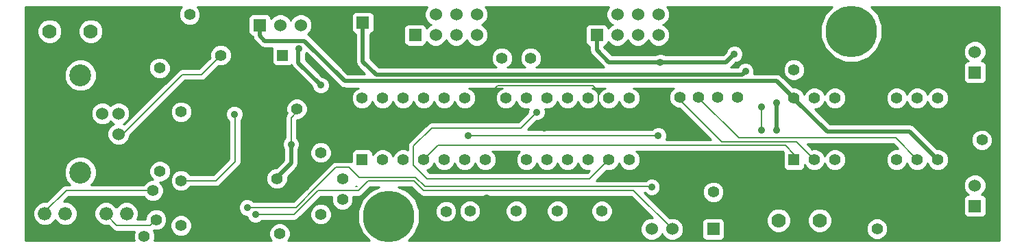
<source format=gbl>
G04 (created by PCBNEW-RS274X (2012-01-19 BZR 3256)-stable) date 12/31/2013 12:52:30 PM*
G01*
G70*
G90*
%MOIN*%
G04 Gerber Fmt 3.4, Leading zero omitted, Abs format*
%FSLAX34Y34*%
G04 APERTURE LIST*
%ADD10C,0.006000*%
%ADD11C,0.055000*%
%ADD12R,0.060000X0.060000*%
%ADD13C,0.060000*%
%ADD14C,0.066000*%
%ADD15C,0.056000*%
%ADD16R,0.055000X0.055000*%
%ADD17C,0.070000*%
%ADD18R,0.070000X0.070000*%
%ADD19C,0.106300*%
%ADD20C,0.250000*%
%ADD21C,0.035000*%
%ADD22C,0.008000*%
%ADD23C,0.020000*%
%ADD24C,0.010000*%
G04 APERTURE END LIST*
G54D10*
G54D11*
X70000Y-39710D03*
X70000Y-42710D03*
X50690Y-42400D03*
X50690Y-45400D03*
X69070Y-39710D03*
X69070Y-42710D03*
X68140Y-39710D03*
X68140Y-42710D03*
X70950Y-39710D03*
X70950Y-42710D03*
G54D12*
X47720Y-36200D03*
G54D13*
X48720Y-36200D03*
X49720Y-36200D03*
G54D12*
X82500Y-38500D03*
G54D13*
X82500Y-37500D03*
G54D12*
X82500Y-45000D03*
G54D13*
X82500Y-44000D03*
G54D12*
X52730Y-36080D03*
G54D13*
X53730Y-36080D03*
G54D14*
X40240Y-45360D03*
X41240Y-45360D03*
X37270Y-45370D03*
X38270Y-45370D03*
G54D15*
X62200Y-45250D03*
X60200Y-45250D03*
G54D11*
X53700Y-42750D03*
X54700Y-42750D03*
X55700Y-42750D03*
X56700Y-42750D03*
X57700Y-42750D03*
X58700Y-42750D03*
X59700Y-42750D03*
X60700Y-42750D03*
X61700Y-42750D03*
X62700Y-42750D03*
X63700Y-42750D03*
X64700Y-42750D03*
X65700Y-42750D03*
G54D16*
X52700Y-42750D03*
G54D11*
X65700Y-39750D03*
X64700Y-39750D03*
X63700Y-39750D03*
X62700Y-39750D03*
X61700Y-39750D03*
X60700Y-39750D03*
X59700Y-39750D03*
X58700Y-39750D03*
X57700Y-39750D03*
X56700Y-39750D03*
X55700Y-39750D03*
X54700Y-39750D03*
X53700Y-39750D03*
X52700Y-39750D03*
G54D16*
X73700Y-42750D03*
G54D11*
X74700Y-42750D03*
X75700Y-42750D03*
X76700Y-42750D03*
X77700Y-42750D03*
X78700Y-42750D03*
X79700Y-42750D03*
X80700Y-42750D03*
X80700Y-39750D03*
X79700Y-39750D03*
X78700Y-39750D03*
X77700Y-39750D03*
X76700Y-39750D03*
X75700Y-39750D03*
X74700Y-39750D03*
X73700Y-39750D03*
G54D16*
X48830Y-37660D03*
G54D11*
X45830Y-37660D03*
X49520Y-40280D03*
X49520Y-39280D03*
X43900Y-40420D03*
X42900Y-40420D03*
X43900Y-43760D03*
X43900Y-42760D03*
X59500Y-37800D03*
X58500Y-37800D03*
X56780Y-45260D03*
X56780Y-46260D03*
X60900Y-37800D03*
X61900Y-37800D03*
X57940Y-45250D03*
X57940Y-46250D03*
X64360Y-45250D03*
X64360Y-46250D03*
X42850Y-38290D03*
X42850Y-37290D03*
X44310Y-35690D03*
X44310Y-36690D03*
X73700Y-38370D03*
X73700Y-37370D03*
X48550Y-43660D03*
X49550Y-43660D03*
X49690Y-46340D03*
X48690Y-46340D03*
X43890Y-45950D03*
X43890Y-44950D03*
G54D17*
X37500Y-36500D03*
G54D18*
X38500Y-36500D03*
G54D17*
X39500Y-36500D03*
G54D11*
X42519Y-44250D03*
X42861Y-43310D03*
X42677Y-45660D03*
X42103Y-46480D03*
X82840Y-40790D03*
X82840Y-41790D03*
G54D12*
X55280Y-36680D03*
G54D13*
X55280Y-35680D03*
X56280Y-36680D03*
X56280Y-35680D03*
X57280Y-36680D03*
X57280Y-35680D03*
X58280Y-36680D03*
X58280Y-35680D03*
G54D12*
X64110Y-36680D03*
G54D13*
X64110Y-35680D03*
X65110Y-36680D03*
X65110Y-35680D03*
X66110Y-36680D03*
X66110Y-35680D03*
X67110Y-36680D03*
X67110Y-35680D03*
G54D12*
X69780Y-46120D03*
G54D13*
X68780Y-46120D03*
X67780Y-46120D03*
X66780Y-46120D03*
G54D17*
X74950Y-45700D03*
G54D18*
X73950Y-45700D03*
G54D17*
X72950Y-45700D03*
G54D11*
X77740Y-46110D03*
X78740Y-46110D03*
X69780Y-44320D03*
X68780Y-44320D03*
G54D13*
X40850Y-41500D03*
X40850Y-40500D03*
X40063Y-40500D03*
X40063Y-41500D03*
G54D19*
X39000Y-43362D03*
X39000Y-38638D03*
G54D20*
X54000Y-45500D03*
X76500Y-36500D03*
G54D11*
X51740Y-44690D03*
X51740Y-43690D03*
G54D21*
X67200Y-38000D03*
X46490Y-40530D03*
X50690Y-39120D03*
X70800Y-37600D03*
X49610Y-37340D03*
X49240Y-42000D03*
X71340Y-38440D03*
X72860Y-41310D03*
X72860Y-39960D03*
X61190Y-40430D03*
X72120Y-41310D03*
X72110Y-40180D03*
X67100Y-41570D03*
X57850Y-41580D03*
X58760Y-44610D03*
X61550Y-41225D03*
X64190Y-40510D03*
X44570Y-41990D03*
X49700Y-41110D03*
X44570Y-40790D03*
X44570Y-40090D03*
X47510Y-45420D03*
X66780Y-44070D03*
X47110Y-45070D03*
G54D22*
X52400Y-44058D02*
X52442Y-44058D01*
G54D23*
X49600Y-37350D02*
X49600Y-38030D01*
G54D22*
X49240Y-42000D02*
X49240Y-41090D01*
G54D23*
X49240Y-42910D02*
X49240Y-42000D01*
X48550Y-43660D02*
X48550Y-43600D01*
G54D22*
X46520Y-42830D02*
X45590Y-43760D01*
G54D23*
X49600Y-38030D02*
X50690Y-39120D01*
G54D22*
X46490Y-40530D02*
X46520Y-40560D01*
G54D23*
X64700Y-38000D02*
X67200Y-38000D01*
G54D22*
X49240Y-40700D02*
X49520Y-40420D01*
X49240Y-41090D02*
X49240Y-40700D01*
G54D23*
X48550Y-43600D02*
X49240Y-42910D01*
X64110Y-36680D02*
X64110Y-37410D01*
X67200Y-38000D02*
X70400Y-38000D01*
X64110Y-37410D02*
X64700Y-38000D01*
G54D22*
X45590Y-43760D02*
X43900Y-43760D01*
G54D23*
X49610Y-37340D02*
X49600Y-37350D01*
G54D22*
X49520Y-40420D02*
X49520Y-40280D01*
G54D23*
X70400Y-38000D02*
X70800Y-37600D01*
G54D22*
X46520Y-40560D02*
X46520Y-42830D01*
G54D23*
X79320Y-41370D02*
X80700Y-42750D01*
X73700Y-39750D02*
X73700Y-39760D01*
X73700Y-39750D02*
X73690Y-39750D01*
X47720Y-36720D02*
X47960Y-36960D01*
X47720Y-36200D02*
X47720Y-36720D01*
X73690Y-39750D02*
X72850Y-38910D01*
X75310Y-41370D02*
X79320Y-41370D01*
X51850Y-38910D02*
X49900Y-36960D01*
X73700Y-39760D02*
X75310Y-41370D01*
X49900Y-36960D02*
X47960Y-36960D01*
X72850Y-38910D02*
X51850Y-38910D01*
X53378Y-38608D02*
X52730Y-37960D01*
X52730Y-37960D02*
X52730Y-36080D01*
X71172Y-38608D02*
X53378Y-38608D01*
X71340Y-38440D02*
X71172Y-38608D01*
X72860Y-41310D02*
X72860Y-39960D01*
G54D22*
X70182Y-41872D02*
X73822Y-41872D01*
X68140Y-39830D02*
X70182Y-41872D01*
X68140Y-39710D02*
X68140Y-39830D01*
X73822Y-41872D02*
X74700Y-42750D01*
X69070Y-39710D02*
X69070Y-39730D01*
X71030Y-41690D02*
X78640Y-41690D01*
X69070Y-39730D02*
X71030Y-41690D01*
X78640Y-41690D02*
X79700Y-42750D01*
X55870Y-43680D02*
X63770Y-43680D01*
X55200Y-43010D02*
X55870Y-43680D01*
X55200Y-42080D02*
X55200Y-43010D01*
X63770Y-43680D02*
X64700Y-42750D01*
X60420Y-41200D02*
X56080Y-41200D01*
X56080Y-41200D02*
X55200Y-42080D01*
X61190Y-40430D02*
X60420Y-41200D01*
X72110Y-41300D02*
X72110Y-40180D01*
X72120Y-41310D02*
X72110Y-41300D01*
X56396Y-42054D02*
X55700Y-42750D01*
X73290Y-42054D02*
X56396Y-42054D01*
X73700Y-42464D02*
X73290Y-42054D01*
X73700Y-42750D02*
X73700Y-42464D01*
X67090Y-41580D02*
X57850Y-41580D01*
X67100Y-41570D02*
X67090Y-41580D01*
X62265Y-40510D02*
X64190Y-40510D01*
X61550Y-41225D02*
X62265Y-40510D01*
X63907Y-39152D02*
X59298Y-39152D01*
X59298Y-39152D02*
X58700Y-39750D01*
X64190Y-40510D02*
X64190Y-39435D01*
X64190Y-39435D02*
X63907Y-39152D01*
X37270Y-45370D02*
X37270Y-45290D01*
X37270Y-45290D02*
X38310Y-44250D01*
X38310Y-44250D02*
X42519Y-44250D01*
X40240Y-45360D02*
X40240Y-45420D01*
X42397Y-45940D02*
X42677Y-45660D01*
X40760Y-45940D02*
X42397Y-45940D01*
X40240Y-45420D02*
X40760Y-45940D01*
X40850Y-41500D02*
X41060Y-41500D01*
X41060Y-41500D02*
X43960Y-38600D01*
X43960Y-38600D02*
X44890Y-38600D01*
X44890Y-38600D02*
X45830Y-37660D01*
X56100Y-44240D02*
X65900Y-44240D01*
X50570Y-44240D02*
X52300Y-44240D01*
X55682Y-44240D02*
X56100Y-44240D01*
X65900Y-44240D02*
X67780Y-46120D01*
X52300Y-44240D02*
X52518Y-44240D01*
X49390Y-45420D02*
X50570Y-44240D01*
X52518Y-44240D02*
X52976Y-43782D01*
X47510Y-45420D02*
X49390Y-45420D01*
X52976Y-43782D02*
X55224Y-43782D01*
X55224Y-43782D02*
X55682Y-44240D01*
X51432Y-43120D02*
X50494Y-44058D01*
X66768Y-44058D02*
X66780Y-44070D01*
X52060Y-43120D02*
X51432Y-43120D01*
X52540Y-43600D02*
X52060Y-43120D01*
X52900Y-43600D02*
X52540Y-43600D01*
X55758Y-44058D02*
X56100Y-44058D01*
X52900Y-43600D02*
X55300Y-43600D01*
X47110Y-45070D02*
X47116Y-45076D01*
X47116Y-45076D02*
X49476Y-45076D01*
X49476Y-45076D02*
X50494Y-44058D01*
X55300Y-43600D02*
X55758Y-44058D01*
X56100Y-44058D02*
X66768Y-44058D01*
G54D10*
G36*
X63765Y-43275D02*
X63650Y-43390D01*
X55990Y-43390D01*
X55854Y-43254D01*
X55997Y-43195D01*
X56145Y-43048D01*
X56200Y-42914D01*
X56255Y-43047D01*
X56402Y-43195D01*
X56595Y-43275D01*
X56804Y-43275D01*
X56997Y-43195D01*
X57145Y-43048D01*
X57200Y-42914D01*
X57255Y-43047D01*
X57402Y-43195D01*
X57595Y-43275D01*
X57804Y-43275D01*
X57997Y-43195D01*
X58145Y-43048D01*
X58200Y-42914D01*
X58255Y-43047D01*
X58402Y-43195D01*
X58595Y-43275D01*
X58804Y-43275D01*
X58997Y-43195D01*
X59145Y-43048D01*
X59225Y-42855D01*
X59225Y-42646D01*
X59145Y-42453D01*
X59036Y-42344D01*
X60363Y-42344D01*
X60255Y-42452D01*
X60175Y-42645D01*
X60175Y-42854D01*
X60255Y-43047D01*
X60402Y-43195D01*
X60595Y-43275D01*
X60804Y-43275D01*
X60997Y-43195D01*
X61145Y-43048D01*
X61200Y-42914D01*
X61255Y-43047D01*
X61402Y-43195D01*
X61595Y-43275D01*
X61804Y-43275D01*
X61997Y-43195D01*
X62145Y-43048D01*
X62200Y-42914D01*
X62255Y-43047D01*
X62402Y-43195D01*
X62595Y-43275D01*
X62804Y-43275D01*
X62997Y-43195D01*
X63145Y-43048D01*
X63200Y-42914D01*
X63255Y-43047D01*
X63402Y-43195D01*
X63595Y-43275D01*
X63765Y-43275D01*
X63765Y-43275D01*
G37*
G54D24*
X63765Y-43275D02*
X63650Y-43390D01*
X55990Y-43390D01*
X55854Y-43254D01*
X55997Y-43195D01*
X56145Y-43048D01*
X56200Y-42914D01*
X56255Y-43047D01*
X56402Y-43195D01*
X56595Y-43275D01*
X56804Y-43275D01*
X56997Y-43195D01*
X57145Y-43048D01*
X57200Y-42914D01*
X57255Y-43047D01*
X57402Y-43195D01*
X57595Y-43275D01*
X57804Y-43275D01*
X57997Y-43195D01*
X58145Y-43048D01*
X58200Y-42914D01*
X58255Y-43047D01*
X58402Y-43195D01*
X58595Y-43275D01*
X58804Y-43275D01*
X58997Y-43195D01*
X59145Y-43048D01*
X59225Y-42855D01*
X59225Y-42646D01*
X59145Y-42453D01*
X59036Y-42344D01*
X60363Y-42344D01*
X60255Y-42452D01*
X60175Y-42645D01*
X60175Y-42854D01*
X60255Y-43047D01*
X60402Y-43195D01*
X60595Y-43275D01*
X60804Y-43275D01*
X60997Y-43195D01*
X61145Y-43048D01*
X61200Y-42914D01*
X61255Y-43047D01*
X61402Y-43195D01*
X61595Y-43275D01*
X61804Y-43275D01*
X61997Y-43195D01*
X62145Y-43048D01*
X62200Y-42914D01*
X62255Y-43047D01*
X62402Y-43195D01*
X62595Y-43275D01*
X62804Y-43275D01*
X62997Y-43195D01*
X63145Y-43048D01*
X63200Y-42914D01*
X63255Y-43047D01*
X63402Y-43195D01*
X63595Y-43275D01*
X63765Y-43275D01*
G54D10*
G36*
X64511Y-39260D02*
X64403Y-39305D01*
X64255Y-39452D01*
X64199Y-39585D01*
X64145Y-39453D01*
X63998Y-39305D01*
X63889Y-39260D01*
X64511Y-39260D01*
X64511Y-39260D01*
G37*
G54D24*
X64511Y-39260D02*
X64403Y-39305D01*
X64255Y-39452D01*
X64199Y-39585D01*
X64145Y-39453D01*
X63998Y-39305D01*
X63889Y-39260D01*
X64511Y-39260D01*
G54D10*
G36*
X64883Y-36180D02*
X64799Y-36215D01*
X64659Y-36355D01*
X64659Y-36331D01*
X64621Y-36239D01*
X64551Y-36169D01*
X64460Y-36131D01*
X64361Y-36131D01*
X63761Y-36131D01*
X63669Y-36169D01*
X63599Y-36239D01*
X63561Y-36330D01*
X63561Y-36429D01*
X63561Y-37029D01*
X63599Y-37121D01*
X63669Y-37191D01*
X63760Y-37229D01*
X63760Y-37410D01*
X63787Y-37544D01*
X63863Y-37657D01*
X64452Y-38247D01*
X64453Y-38247D01*
X64468Y-38258D01*
X61165Y-38258D01*
X61197Y-38245D01*
X61345Y-38098D01*
X61425Y-37905D01*
X61425Y-37696D01*
X61345Y-37503D01*
X61198Y-37355D01*
X61005Y-37275D01*
X60796Y-37275D01*
X60603Y-37355D01*
X60455Y-37502D01*
X60375Y-37695D01*
X60375Y-37904D01*
X60455Y-38097D01*
X60602Y-38245D01*
X60633Y-38258D01*
X59765Y-38258D01*
X59797Y-38245D01*
X59945Y-38098D01*
X60025Y-37905D01*
X60025Y-37696D01*
X59945Y-37503D01*
X59798Y-37355D01*
X59605Y-37275D01*
X59396Y-37275D01*
X59203Y-37355D01*
X59055Y-37502D01*
X58975Y-37695D01*
X58975Y-37904D01*
X59055Y-38097D01*
X59202Y-38245D01*
X59233Y-38258D01*
X53522Y-38258D01*
X53080Y-37815D01*
X53080Y-36628D01*
X53171Y-36591D01*
X53241Y-36521D01*
X53279Y-36430D01*
X53279Y-36331D01*
X53279Y-35731D01*
X53241Y-35639D01*
X53171Y-35569D01*
X53080Y-35531D01*
X52981Y-35531D01*
X52381Y-35531D01*
X52289Y-35569D01*
X52219Y-35639D01*
X52181Y-35730D01*
X52181Y-35829D01*
X52181Y-36429D01*
X52219Y-36521D01*
X52289Y-36591D01*
X52380Y-36629D01*
X52380Y-37960D01*
X52407Y-38094D01*
X52483Y-38207D01*
X52835Y-38560D01*
X51994Y-38560D01*
X50147Y-36713D01*
X50048Y-36647D01*
X50185Y-36511D01*
X50269Y-36309D01*
X50269Y-36091D01*
X50185Y-35889D01*
X50031Y-35735D01*
X49829Y-35651D01*
X49611Y-35651D01*
X49409Y-35735D01*
X49255Y-35889D01*
X49220Y-35973D01*
X49185Y-35889D01*
X49031Y-35735D01*
X48829Y-35651D01*
X48611Y-35651D01*
X48409Y-35735D01*
X48269Y-35875D01*
X48269Y-35851D01*
X48231Y-35759D01*
X48161Y-35689D01*
X48070Y-35651D01*
X47971Y-35651D01*
X47371Y-35651D01*
X47279Y-35689D01*
X47209Y-35759D01*
X47171Y-35850D01*
X47171Y-35949D01*
X47171Y-36549D01*
X47209Y-36641D01*
X47279Y-36711D01*
X47370Y-36749D01*
X47375Y-36749D01*
X47376Y-36749D01*
X47397Y-36854D01*
X47473Y-36967D01*
X47712Y-37207D01*
X47713Y-37207D01*
X47826Y-37283D01*
X47960Y-37310D01*
X48316Y-37310D01*
X48306Y-37335D01*
X48306Y-37434D01*
X48306Y-37984D01*
X48344Y-38076D01*
X48414Y-38146D01*
X48505Y-38184D01*
X48604Y-38184D01*
X49154Y-38184D01*
X49246Y-38146D01*
X49268Y-38123D01*
X49277Y-38164D01*
X49353Y-38277D01*
X50265Y-39189D01*
X50265Y-39204D01*
X50329Y-39360D01*
X50449Y-39480D01*
X50605Y-39545D01*
X50774Y-39545D01*
X50930Y-39481D01*
X51050Y-39361D01*
X51115Y-39205D01*
X51115Y-39036D01*
X51051Y-38880D01*
X50931Y-38760D01*
X50775Y-38695D01*
X50759Y-38695D01*
X49950Y-37885D01*
X49950Y-37601D01*
X49970Y-37581D01*
X49986Y-37540D01*
X51602Y-39157D01*
X51603Y-39157D01*
X51716Y-39233D01*
X51849Y-39259D01*
X51850Y-39260D01*
X52511Y-39260D01*
X52403Y-39305D01*
X52255Y-39452D01*
X52175Y-39645D01*
X52175Y-39854D01*
X52255Y-40047D01*
X52402Y-40195D01*
X52595Y-40275D01*
X52804Y-40275D01*
X52997Y-40195D01*
X53145Y-40048D01*
X53200Y-39914D01*
X53255Y-40047D01*
X53402Y-40195D01*
X53595Y-40275D01*
X53804Y-40275D01*
X53997Y-40195D01*
X54145Y-40048D01*
X54200Y-39914D01*
X54255Y-40047D01*
X54402Y-40195D01*
X54595Y-40275D01*
X54804Y-40275D01*
X54997Y-40195D01*
X55145Y-40048D01*
X55200Y-39914D01*
X55255Y-40047D01*
X55402Y-40195D01*
X55595Y-40275D01*
X55804Y-40275D01*
X55997Y-40195D01*
X56145Y-40048D01*
X56200Y-39914D01*
X56255Y-40047D01*
X56402Y-40195D01*
X56595Y-40275D01*
X56804Y-40275D01*
X56997Y-40195D01*
X57145Y-40048D01*
X57200Y-39914D01*
X57255Y-40047D01*
X57402Y-40195D01*
X57595Y-40275D01*
X57804Y-40275D01*
X57997Y-40195D01*
X58145Y-40048D01*
X58225Y-39855D01*
X58225Y-39646D01*
X58145Y-39453D01*
X57998Y-39305D01*
X57889Y-39260D01*
X59511Y-39260D01*
X59403Y-39305D01*
X59255Y-39452D01*
X59175Y-39645D01*
X59175Y-39854D01*
X59255Y-40047D01*
X59402Y-40195D01*
X59595Y-40275D01*
X59804Y-40275D01*
X59997Y-40195D01*
X60145Y-40048D01*
X60200Y-39914D01*
X60255Y-40047D01*
X60402Y-40195D01*
X60595Y-40275D01*
X60794Y-40275D01*
X60765Y-40345D01*
X60765Y-40445D01*
X60300Y-40910D01*
X56080Y-40910D01*
X55969Y-40932D01*
X55875Y-40995D01*
X54995Y-41875D01*
X54932Y-41969D01*
X54910Y-42080D01*
X54910Y-42268D01*
X54805Y-42225D01*
X54596Y-42225D01*
X54403Y-42305D01*
X54255Y-42452D01*
X54199Y-42585D01*
X54145Y-42453D01*
X53998Y-42305D01*
X53805Y-42225D01*
X53596Y-42225D01*
X53403Y-42305D01*
X53255Y-42452D01*
X53224Y-42526D01*
X53224Y-42426D01*
X53186Y-42334D01*
X53116Y-42264D01*
X53025Y-42226D01*
X52926Y-42226D01*
X52376Y-42226D01*
X52284Y-42264D01*
X52214Y-42334D01*
X52176Y-42425D01*
X52176Y-42524D01*
X52176Y-42855D01*
X52171Y-42852D01*
X52060Y-42830D01*
X51432Y-42830D01*
X51321Y-42852D01*
X51227Y-42915D01*
X51215Y-42926D01*
X51215Y-42505D01*
X51215Y-42296D01*
X51135Y-42103D01*
X50988Y-41955D01*
X50795Y-41875D01*
X50586Y-41875D01*
X50393Y-41955D01*
X50245Y-42102D01*
X50165Y-42295D01*
X50165Y-42504D01*
X50245Y-42697D01*
X50392Y-42845D01*
X50585Y-42925D01*
X50794Y-42925D01*
X50987Y-42845D01*
X51135Y-42698D01*
X51215Y-42505D01*
X51215Y-42926D01*
X50290Y-43851D01*
X50288Y-43853D01*
X50045Y-44096D01*
X50045Y-40385D01*
X50045Y-40176D01*
X49965Y-39983D01*
X49818Y-39835D01*
X49625Y-39755D01*
X49416Y-39755D01*
X49223Y-39835D01*
X49075Y-39982D01*
X48995Y-40175D01*
X48995Y-40384D01*
X49039Y-40490D01*
X49039Y-40491D01*
X49035Y-40495D01*
X48972Y-40589D01*
X48950Y-40700D01*
X48950Y-41090D01*
X48950Y-41689D01*
X48880Y-41759D01*
X48815Y-41915D01*
X48815Y-42084D01*
X48879Y-42240D01*
X48890Y-42251D01*
X48890Y-42765D01*
X48520Y-43135D01*
X48446Y-43135D01*
X48253Y-43215D01*
X48105Y-43362D01*
X48025Y-43555D01*
X48025Y-43764D01*
X48105Y-43957D01*
X48252Y-44105D01*
X48445Y-44185D01*
X48654Y-44185D01*
X48847Y-44105D01*
X48995Y-43958D01*
X49075Y-43765D01*
X49075Y-43569D01*
X49487Y-43158D01*
X49487Y-43157D01*
X49563Y-43044D01*
X49589Y-42911D01*
X49590Y-42910D01*
X49590Y-42251D01*
X49600Y-42241D01*
X49665Y-42085D01*
X49665Y-41916D01*
X49601Y-41760D01*
X49530Y-41689D01*
X49530Y-41090D01*
X49530Y-40820D01*
X49545Y-40805D01*
X49624Y-40805D01*
X49817Y-40725D01*
X49965Y-40578D01*
X50045Y-40385D01*
X50045Y-44096D01*
X49355Y-44786D01*
X47427Y-44786D01*
X47351Y-44710D01*
X47195Y-44645D01*
X47026Y-44645D01*
X46915Y-44690D01*
X46915Y-40615D01*
X46915Y-40446D01*
X46851Y-40290D01*
X46731Y-40170D01*
X46575Y-40105D01*
X46406Y-40105D01*
X46355Y-40125D01*
X46355Y-37765D01*
X46355Y-37556D01*
X46275Y-37363D01*
X46128Y-37215D01*
X45935Y-37135D01*
X45726Y-37135D01*
X45533Y-37215D01*
X45385Y-37362D01*
X45305Y-37555D01*
X45305Y-37764D01*
X45308Y-37771D01*
X44770Y-38310D01*
X43960Y-38310D01*
X43849Y-38332D01*
X43755Y-38395D01*
X43375Y-38774D01*
X43375Y-38395D01*
X43375Y-38186D01*
X43295Y-37993D01*
X43148Y-37845D01*
X42955Y-37765D01*
X42746Y-37765D01*
X42553Y-37845D01*
X42405Y-37992D01*
X42325Y-38185D01*
X42325Y-38394D01*
X42405Y-38587D01*
X42552Y-38735D01*
X42745Y-38815D01*
X42954Y-38815D01*
X43147Y-38735D01*
X43295Y-38588D01*
X43375Y-38395D01*
X43375Y-38774D01*
X41128Y-41021D01*
X41076Y-41000D01*
X41161Y-40965D01*
X41315Y-40811D01*
X41399Y-40609D01*
X41399Y-40391D01*
X41315Y-40189D01*
X41161Y-40035D01*
X40959Y-39951D01*
X40741Y-39951D01*
X40539Y-40035D01*
X40456Y-40117D01*
X40374Y-40035D01*
X40172Y-39951D01*
X40099Y-39951D01*
X40099Y-36619D01*
X40099Y-36381D01*
X40008Y-36161D01*
X39839Y-35992D01*
X39619Y-35901D01*
X39381Y-35901D01*
X39161Y-35992D01*
X38992Y-36161D01*
X38901Y-36381D01*
X38901Y-36619D01*
X38992Y-36839D01*
X39161Y-37008D01*
X39381Y-37099D01*
X39619Y-37099D01*
X39839Y-37008D01*
X40008Y-36839D01*
X40099Y-36619D01*
X40099Y-39951D01*
X39954Y-39951D01*
X39781Y-40022D01*
X39781Y-38794D01*
X39781Y-38483D01*
X39662Y-38196D01*
X39443Y-37976D01*
X39156Y-37857D01*
X38845Y-37857D01*
X38558Y-37976D01*
X38338Y-38195D01*
X38219Y-38482D01*
X38219Y-38793D01*
X38338Y-39080D01*
X38557Y-39300D01*
X38844Y-39419D01*
X39155Y-39419D01*
X39442Y-39300D01*
X39662Y-39081D01*
X39781Y-38794D01*
X39781Y-40022D01*
X39752Y-40035D01*
X39598Y-40189D01*
X39514Y-40391D01*
X39514Y-40609D01*
X39598Y-40811D01*
X39752Y-40965D01*
X39954Y-41049D01*
X40172Y-41049D01*
X40374Y-40965D01*
X40456Y-40882D01*
X40539Y-40965D01*
X40623Y-41000D01*
X40539Y-41035D01*
X40385Y-41189D01*
X40301Y-41391D01*
X40301Y-41609D01*
X40385Y-41811D01*
X40539Y-41965D01*
X40741Y-42049D01*
X40959Y-42049D01*
X41161Y-41965D01*
X41315Y-41811D01*
X41399Y-41609D01*
X41399Y-41571D01*
X44080Y-38890D01*
X44890Y-38890D01*
X45001Y-38868D01*
X45095Y-38805D01*
X45717Y-38182D01*
X45725Y-38185D01*
X45934Y-38185D01*
X46127Y-38105D01*
X46275Y-37958D01*
X46355Y-37765D01*
X46355Y-40125D01*
X46250Y-40169D01*
X46130Y-40289D01*
X46065Y-40445D01*
X46065Y-40614D01*
X46129Y-40770D01*
X46230Y-40871D01*
X46230Y-42710D01*
X45470Y-43470D01*
X44425Y-43470D01*
X44425Y-40525D01*
X44425Y-40316D01*
X44345Y-40123D01*
X44198Y-39975D01*
X44005Y-39895D01*
X43796Y-39895D01*
X43603Y-39975D01*
X43455Y-40122D01*
X43375Y-40315D01*
X43375Y-40524D01*
X43455Y-40717D01*
X43602Y-40865D01*
X43795Y-40945D01*
X44004Y-40945D01*
X44197Y-40865D01*
X44345Y-40718D01*
X44425Y-40525D01*
X44425Y-43470D01*
X44347Y-43470D01*
X44345Y-43463D01*
X44198Y-43315D01*
X44005Y-43235D01*
X43796Y-43235D01*
X43603Y-43315D01*
X43455Y-43462D01*
X43386Y-43628D01*
X43386Y-43415D01*
X43386Y-43206D01*
X43306Y-43013D01*
X43159Y-42865D01*
X42966Y-42785D01*
X42757Y-42785D01*
X42564Y-42865D01*
X42416Y-43012D01*
X42336Y-43205D01*
X42336Y-43414D01*
X42416Y-43607D01*
X42533Y-43725D01*
X42415Y-43725D01*
X42222Y-43805D01*
X42074Y-43952D01*
X42070Y-43960D01*
X39506Y-43960D01*
X39662Y-43805D01*
X39781Y-43518D01*
X39781Y-43207D01*
X39662Y-42920D01*
X39443Y-42700D01*
X39156Y-42581D01*
X38845Y-42581D01*
X38558Y-42700D01*
X38338Y-42919D01*
X38219Y-43206D01*
X38219Y-43517D01*
X38338Y-43804D01*
X38493Y-43960D01*
X38310Y-43960D01*
X38199Y-43982D01*
X38167Y-44003D01*
X38104Y-44045D01*
X38099Y-44050D01*
X38099Y-36619D01*
X38099Y-36381D01*
X38008Y-36161D01*
X37839Y-35992D01*
X37619Y-35901D01*
X37381Y-35901D01*
X37161Y-35992D01*
X36992Y-36161D01*
X36901Y-36381D01*
X36901Y-36619D01*
X36992Y-36839D01*
X37161Y-37008D01*
X37381Y-37099D01*
X37619Y-37099D01*
X37839Y-37008D01*
X38008Y-36839D01*
X38099Y-36619D01*
X38099Y-44050D01*
X37359Y-44790D01*
X37155Y-44790D01*
X36942Y-44878D01*
X36779Y-45041D01*
X36690Y-45254D01*
X36690Y-45485D01*
X36778Y-45698D01*
X36941Y-45861D01*
X37154Y-45950D01*
X37385Y-45950D01*
X37598Y-45862D01*
X37761Y-45699D01*
X37769Y-45678D01*
X37778Y-45698D01*
X37941Y-45861D01*
X38154Y-45950D01*
X38385Y-45950D01*
X38598Y-45862D01*
X38761Y-45699D01*
X38850Y-45486D01*
X38850Y-45255D01*
X38762Y-45042D01*
X38599Y-44879D01*
X38386Y-44790D01*
X38180Y-44790D01*
X38430Y-44540D01*
X42071Y-44540D01*
X42074Y-44547D01*
X42221Y-44695D01*
X42414Y-44775D01*
X42623Y-44775D01*
X42816Y-44695D01*
X42964Y-44548D01*
X43044Y-44355D01*
X43044Y-44146D01*
X42964Y-43953D01*
X42846Y-43835D01*
X42965Y-43835D01*
X43158Y-43755D01*
X43306Y-43608D01*
X43386Y-43415D01*
X43386Y-43628D01*
X43375Y-43655D01*
X43375Y-43864D01*
X43455Y-44057D01*
X43602Y-44205D01*
X43795Y-44285D01*
X44004Y-44285D01*
X44197Y-44205D01*
X44345Y-44058D01*
X44348Y-44050D01*
X45590Y-44050D01*
X45701Y-44028D01*
X45795Y-43965D01*
X46725Y-43035D01*
X46788Y-42941D01*
X46810Y-42830D01*
X46810Y-40811D01*
X46850Y-40771D01*
X46915Y-40615D01*
X46915Y-44690D01*
X46870Y-44709D01*
X46750Y-44829D01*
X46685Y-44985D01*
X46685Y-45154D01*
X46749Y-45310D01*
X46869Y-45430D01*
X47025Y-45495D01*
X47085Y-45495D01*
X47085Y-45504D01*
X47149Y-45660D01*
X47269Y-45780D01*
X47425Y-45845D01*
X47594Y-45845D01*
X47750Y-45781D01*
X47821Y-45710D01*
X49390Y-45710D01*
X49501Y-45688D01*
X49595Y-45625D01*
X50690Y-44530D01*
X51237Y-44530D01*
X51215Y-44585D01*
X51215Y-44794D01*
X51295Y-44987D01*
X51442Y-45135D01*
X51635Y-45215D01*
X51844Y-45215D01*
X52037Y-45135D01*
X52185Y-44988D01*
X52265Y-44795D01*
X52265Y-44586D01*
X52241Y-44530D01*
X52300Y-44530D01*
X52518Y-44530D01*
X52629Y-44508D01*
X52723Y-44445D01*
X53096Y-44072D01*
X53529Y-44072D01*
X53152Y-44228D01*
X52729Y-44649D01*
X52501Y-45200D01*
X52500Y-45797D01*
X52728Y-46348D01*
X53053Y-46675D01*
X51215Y-46675D01*
X51215Y-45505D01*
X51215Y-45296D01*
X51135Y-45103D01*
X50988Y-44955D01*
X50795Y-44875D01*
X50586Y-44875D01*
X50393Y-44955D01*
X50245Y-45102D01*
X50165Y-45295D01*
X50165Y-45504D01*
X50245Y-45697D01*
X50392Y-45845D01*
X50585Y-45925D01*
X50794Y-45925D01*
X50987Y-45845D01*
X51135Y-45698D01*
X51215Y-45505D01*
X51215Y-46675D01*
X49097Y-46675D01*
X49135Y-46638D01*
X49215Y-46445D01*
X49215Y-46236D01*
X49135Y-46043D01*
X48988Y-45895D01*
X48795Y-45815D01*
X48586Y-45815D01*
X48393Y-45895D01*
X48245Y-46042D01*
X48165Y-46235D01*
X48165Y-46444D01*
X48245Y-46637D01*
X48282Y-46675D01*
X44415Y-46675D01*
X44415Y-46055D01*
X44415Y-45846D01*
X44335Y-45653D01*
X44188Y-45505D01*
X43995Y-45425D01*
X43786Y-45425D01*
X43593Y-45505D01*
X43445Y-45652D01*
X43365Y-45845D01*
X43365Y-46054D01*
X43445Y-46247D01*
X43592Y-46395D01*
X43785Y-46475D01*
X43994Y-46475D01*
X44187Y-46395D01*
X44335Y-46248D01*
X44415Y-46055D01*
X44415Y-46675D01*
X42590Y-46675D01*
X42628Y-46585D01*
X42628Y-46376D01*
X42548Y-46183D01*
X42546Y-46181D01*
X42553Y-46177D01*
X42572Y-46185D01*
X42781Y-46185D01*
X42974Y-46105D01*
X43122Y-45958D01*
X43202Y-45765D01*
X43202Y-45556D01*
X43122Y-45363D01*
X42975Y-45215D01*
X42782Y-45135D01*
X42573Y-45135D01*
X42380Y-45215D01*
X42232Y-45362D01*
X42152Y-45555D01*
X42152Y-45650D01*
X41747Y-45650D01*
X41820Y-45476D01*
X41820Y-45245D01*
X41732Y-45032D01*
X41569Y-44869D01*
X41356Y-44780D01*
X41125Y-44780D01*
X40912Y-44868D01*
X40749Y-45031D01*
X40740Y-45051D01*
X40732Y-45032D01*
X40569Y-44869D01*
X40356Y-44780D01*
X40125Y-44780D01*
X39912Y-44868D01*
X39749Y-45031D01*
X39660Y-45244D01*
X39660Y-45475D01*
X39748Y-45688D01*
X39911Y-45851D01*
X40124Y-45940D01*
X40350Y-45940D01*
X40555Y-46145D01*
X40649Y-46208D01*
X40760Y-46230D01*
X41638Y-46230D01*
X41578Y-46375D01*
X41578Y-46584D01*
X41615Y-46675D01*
X36325Y-46675D01*
X36325Y-36000D01*
X36325Y-35325D01*
X43932Y-35325D01*
X43865Y-35392D01*
X43785Y-35585D01*
X43785Y-35794D01*
X43865Y-35987D01*
X44012Y-36135D01*
X44205Y-36215D01*
X44414Y-36215D01*
X44607Y-36135D01*
X44755Y-35988D01*
X44835Y-35795D01*
X44835Y-35586D01*
X44755Y-35393D01*
X44687Y-35325D01*
X55859Y-35325D01*
X55815Y-35369D01*
X55731Y-35571D01*
X55731Y-35789D01*
X55815Y-35991D01*
X55969Y-36145D01*
X56053Y-36180D01*
X55969Y-36215D01*
X55829Y-36355D01*
X55829Y-36331D01*
X55791Y-36239D01*
X55721Y-36169D01*
X55630Y-36131D01*
X55531Y-36131D01*
X54931Y-36131D01*
X54839Y-36169D01*
X54769Y-36239D01*
X54731Y-36330D01*
X54731Y-36429D01*
X54731Y-37029D01*
X54769Y-37121D01*
X54839Y-37191D01*
X54930Y-37229D01*
X55029Y-37229D01*
X55629Y-37229D01*
X55721Y-37191D01*
X55791Y-37121D01*
X55829Y-37030D01*
X55829Y-37005D01*
X55969Y-37145D01*
X56171Y-37229D01*
X56389Y-37229D01*
X56591Y-37145D01*
X56745Y-36991D01*
X56780Y-36906D01*
X56815Y-36991D01*
X56969Y-37145D01*
X57171Y-37229D01*
X57389Y-37229D01*
X57591Y-37145D01*
X57745Y-36991D01*
X57780Y-36906D01*
X57815Y-36991D01*
X57969Y-37145D01*
X58171Y-37229D01*
X58389Y-37229D01*
X58591Y-37145D01*
X58745Y-36991D01*
X58829Y-36789D01*
X58829Y-36571D01*
X58745Y-36369D01*
X58591Y-36215D01*
X58506Y-36180D01*
X58591Y-36145D01*
X58745Y-35991D01*
X58829Y-35789D01*
X58829Y-35571D01*
X58745Y-35369D01*
X58701Y-35325D01*
X64689Y-35325D01*
X64645Y-35369D01*
X64561Y-35571D01*
X64561Y-35789D01*
X64645Y-35991D01*
X64799Y-36145D01*
X64883Y-36180D01*
X64883Y-36180D01*
G37*
G54D24*
X64883Y-36180D02*
X64799Y-36215D01*
X64659Y-36355D01*
X64659Y-36331D01*
X64621Y-36239D01*
X64551Y-36169D01*
X64460Y-36131D01*
X64361Y-36131D01*
X63761Y-36131D01*
X63669Y-36169D01*
X63599Y-36239D01*
X63561Y-36330D01*
X63561Y-36429D01*
X63561Y-37029D01*
X63599Y-37121D01*
X63669Y-37191D01*
X63760Y-37229D01*
X63760Y-37410D01*
X63787Y-37544D01*
X63863Y-37657D01*
X64452Y-38247D01*
X64453Y-38247D01*
X64468Y-38258D01*
X61165Y-38258D01*
X61197Y-38245D01*
X61345Y-38098D01*
X61425Y-37905D01*
X61425Y-37696D01*
X61345Y-37503D01*
X61198Y-37355D01*
X61005Y-37275D01*
X60796Y-37275D01*
X60603Y-37355D01*
X60455Y-37502D01*
X60375Y-37695D01*
X60375Y-37904D01*
X60455Y-38097D01*
X60602Y-38245D01*
X60633Y-38258D01*
X59765Y-38258D01*
X59797Y-38245D01*
X59945Y-38098D01*
X60025Y-37905D01*
X60025Y-37696D01*
X59945Y-37503D01*
X59798Y-37355D01*
X59605Y-37275D01*
X59396Y-37275D01*
X59203Y-37355D01*
X59055Y-37502D01*
X58975Y-37695D01*
X58975Y-37904D01*
X59055Y-38097D01*
X59202Y-38245D01*
X59233Y-38258D01*
X53522Y-38258D01*
X53080Y-37815D01*
X53080Y-36628D01*
X53171Y-36591D01*
X53241Y-36521D01*
X53279Y-36430D01*
X53279Y-36331D01*
X53279Y-35731D01*
X53241Y-35639D01*
X53171Y-35569D01*
X53080Y-35531D01*
X52981Y-35531D01*
X52381Y-35531D01*
X52289Y-35569D01*
X52219Y-35639D01*
X52181Y-35730D01*
X52181Y-35829D01*
X52181Y-36429D01*
X52219Y-36521D01*
X52289Y-36591D01*
X52380Y-36629D01*
X52380Y-37960D01*
X52407Y-38094D01*
X52483Y-38207D01*
X52835Y-38560D01*
X51994Y-38560D01*
X50147Y-36713D01*
X50048Y-36647D01*
X50185Y-36511D01*
X50269Y-36309D01*
X50269Y-36091D01*
X50185Y-35889D01*
X50031Y-35735D01*
X49829Y-35651D01*
X49611Y-35651D01*
X49409Y-35735D01*
X49255Y-35889D01*
X49220Y-35973D01*
X49185Y-35889D01*
X49031Y-35735D01*
X48829Y-35651D01*
X48611Y-35651D01*
X48409Y-35735D01*
X48269Y-35875D01*
X48269Y-35851D01*
X48231Y-35759D01*
X48161Y-35689D01*
X48070Y-35651D01*
X47971Y-35651D01*
X47371Y-35651D01*
X47279Y-35689D01*
X47209Y-35759D01*
X47171Y-35850D01*
X47171Y-35949D01*
X47171Y-36549D01*
X47209Y-36641D01*
X47279Y-36711D01*
X47370Y-36749D01*
X47375Y-36749D01*
X47376Y-36749D01*
X47397Y-36854D01*
X47473Y-36967D01*
X47712Y-37207D01*
X47713Y-37207D01*
X47826Y-37283D01*
X47960Y-37310D01*
X48316Y-37310D01*
X48306Y-37335D01*
X48306Y-37434D01*
X48306Y-37984D01*
X48344Y-38076D01*
X48414Y-38146D01*
X48505Y-38184D01*
X48604Y-38184D01*
X49154Y-38184D01*
X49246Y-38146D01*
X49268Y-38123D01*
X49277Y-38164D01*
X49353Y-38277D01*
X50265Y-39189D01*
X50265Y-39204D01*
X50329Y-39360D01*
X50449Y-39480D01*
X50605Y-39545D01*
X50774Y-39545D01*
X50930Y-39481D01*
X51050Y-39361D01*
X51115Y-39205D01*
X51115Y-39036D01*
X51051Y-38880D01*
X50931Y-38760D01*
X50775Y-38695D01*
X50759Y-38695D01*
X49950Y-37885D01*
X49950Y-37601D01*
X49970Y-37581D01*
X49986Y-37540D01*
X51602Y-39157D01*
X51603Y-39157D01*
X51716Y-39233D01*
X51849Y-39259D01*
X51850Y-39260D01*
X52511Y-39260D01*
X52403Y-39305D01*
X52255Y-39452D01*
X52175Y-39645D01*
X52175Y-39854D01*
X52255Y-40047D01*
X52402Y-40195D01*
X52595Y-40275D01*
X52804Y-40275D01*
X52997Y-40195D01*
X53145Y-40048D01*
X53200Y-39914D01*
X53255Y-40047D01*
X53402Y-40195D01*
X53595Y-40275D01*
X53804Y-40275D01*
X53997Y-40195D01*
X54145Y-40048D01*
X54200Y-39914D01*
X54255Y-40047D01*
X54402Y-40195D01*
X54595Y-40275D01*
X54804Y-40275D01*
X54997Y-40195D01*
X55145Y-40048D01*
X55200Y-39914D01*
X55255Y-40047D01*
X55402Y-40195D01*
X55595Y-40275D01*
X55804Y-40275D01*
X55997Y-40195D01*
X56145Y-40048D01*
X56200Y-39914D01*
X56255Y-40047D01*
X56402Y-40195D01*
X56595Y-40275D01*
X56804Y-40275D01*
X56997Y-40195D01*
X57145Y-40048D01*
X57200Y-39914D01*
X57255Y-40047D01*
X57402Y-40195D01*
X57595Y-40275D01*
X57804Y-40275D01*
X57997Y-40195D01*
X58145Y-40048D01*
X58225Y-39855D01*
X58225Y-39646D01*
X58145Y-39453D01*
X57998Y-39305D01*
X57889Y-39260D01*
X59511Y-39260D01*
X59403Y-39305D01*
X59255Y-39452D01*
X59175Y-39645D01*
X59175Y-39854D01*
X59255Y-40047D01*
X59402Y-40195D01*
X59595Y-40275D01*
X59804Y-40275D01*
X59997Y-40195D01*
X60145Y-40048D01*
X60200Y-39914D01*
X60255Y-40047D01*
X60402Y-40195D01*
X60595Y-40275D01*
X60794Y-40275D01*
X60765Y-40345D01*
X60765Y-40445D01*
X60300Y-40910D01*
X56080Y-40910D01*
X55969Y-40932D01*
X55875Y-40995D01*
X54995Y-41875D01*
X54932Y-41969D01*
X54910Y-42080D01*
X54910Y-42268D01*
X54805Y-42225D01*
X54596Y-42225D01*
X54403Y-42305D01*
X54255Y-42452D01*
X54199Y-42585D01*
X54145Y-42453D01*
X53998Y-42305D01*
X53805Y-42225D01*
X53596Y-42225D01*
X53403Y-42305D01*
X53255Y-42452D01*
X53224Y-42526D01*
X53224Y-42426D01*
X53186Y-42334D01*
X53116Y-42264D01*
X53025Y-42226D01*
X52926Y-42226D01*
X52376Y-42226D01*
X52284Y-42264D01*
X52214Y-42334D01*
X52176Y-42425D01*
X52176Y-42524D01*
X52176Y-42855D01*
X52171Y-42852D01*
X52060Y-42830D01*
X51432Y-42830D01*
X51321Y-42852D01*
X51227Y-42915D01*
X51215Y-42926D01*
X51215Y-42505D01*
X51215Y-42296D01*
X51135Y-42103D01*
X50988Y-41955D01*
X50795Y-41875D01*
X50586Y-41875D01*
X50393Y-41955D01*
X50245Y-42102D01*
X50165Y-42295D01*
X50165Y-42504D01*
X50245Y-42697D01*
X50392Y-42845D01*
X50585Y-42925D01*
X50794Y-42925D01*
X50987Y-42845D01*
X51135Y-42698D01*
X51215Y-42505D01*
X51215Y-42926D01*
X50290Y-43851D01*
X50288Y-43853D01*
X50045Y-44096D01*
X50045Y-40385D01*
X50045Y-40176D01*
X49965Y-39983D01*
X49818Y-39835D01*
X49625Y-39755D01*
X49416Y-39755D01*
X49223Y-39835D01*
X49075Y-39982D01*
X48995Y-40175D01*
X48995Y-40384D01*
X49039Y-40490D01*
X49039Y-40491D01*
X49035Y-40495D01*
X48972Y-40589D01*
X48950Y-40700D01*
X48950Y-41090D01*
X48950Y-41689D01*
X48880Y-41759D01*
X48815Y-41915D01*
X48815Y-42084D01*
X48879Y-42240D01*
X48890Y-42251D01*
X48890Y-42765D01*
X48520Y-43135D01*
X48446Y-43135D01*
X48253Y-43215D01*
X48105Y-43362D01*
X48025Y-43555D01*
X48025Y-43764D01*
X48105Y-43957D01*
X48252Y-44105D01*
X48445Y-44185D01*
X48654Y-44185D01*
X48847Y-44105D01*
X48995Y-43958D01*
X49075Y-43765D01*
X49075Y-43569D01*
X49487Y-43158D01*
X49487Y-43157D01*
X49563Y-43044D01*
X49589Y-42911D01*
X49590Y-42910D01*
X49590Y-42251D01*
X49600Y-42241D01*
X49665Y-42085D01*
X49665Y-41916D01*
X49601Y-41760D01*
X49530Y-41689D01*
X49530Y-41090D01*
X49530Y-40820D01*
X49545Y-40805D01*
X49624Y-40805D01*
X49817Y-40725D01*
X49965Y-40578D01*
X50045Y-40385D01*
X50045Y-44096D01*
X49355Y-44786D01*
X47427Y-44786D01*
X47351Y-44710D01*
X47195Y-44645D01*
X47026Y-44645D01*
X46915Y-44690D01*
X46915Y-40615D01*
X46915Y-40446D01*
X46851Y-40290D01*
X46731Y-40170D01*
X46575Y-40105D01*
X46406Y-40105D01*
X46355Y-40125D01*
X46355Y-37765D01*
X46355Y-37556D01*
X46275Y-37363D01*
X46128Y-37215D01*
X45935Y-37135D01*
X45726Y-37135D01*
X45533Y-37215D01*
X45385Y-37362D01*
X45305Y-37555D01*
X45305Y-37764D01*
X45308Y-37771D01*
X44770Y-38310D01*
X43960Y-38310D01*
X43849Y-38332D01*
X43755Y-38395D01*
X43375Y-38774D01*
X43375Y-38395D01*
X43375Y-38186D01*
X43295Y-37993D01*
X43148Y-37845D01*
X42955Y-37765D01*
X42746Y-37765D01*
X42553Y-37845D01*
X42405Y-37992D01*
X42325Y-38185D01*
X42325Y-38394D01*
X42405Y-38587D01*
X42552Y-38735D01*
X42745Y-38815D01*
X42954Y-38815D01*
X43147Y-38735D01*
X43295Y-38588D01*
X43375Y-38395D01*
X43375Y-38774D01*
X41128Y-41021D01*
X41076Y-41000D01*
X41161Y-40965D01*
X41315Y-40811D01*
X41399Y-40609D01*
X41399Y-40391D01*
X41315Y-40189D01*
X41161Y-40035D01*
X40959Y-39951D01*
X40741Y-39951D01*
X40539Y-40035D01*
X40456Y-40117D01*
X40374Y-40035D01*
X40172Y-39951D01*
X40099Y-39951D01*
X40099Y-36619D01*
X40099Y-36381D01*
X40008Y-36161D01*
X39839Y-35992D01*
X39619Y-35901D01*
X39381Y-35901D01*
X39161Y-35992D01*
X38992Y-36161D01*
X38901Y-36381D01*
X38901Y-36619D01*
X38992Y-36839D01*
X39161Y-37008D01*
X39381Y-37099D01*
X39619Y-37099D01*
X39839Y-37008D01*
X40008Y-36839D01*
X40099Y-36619D01*
X40099Y-39951D01*
X39954Y-39951D01*
X39781Y-40022D01*
X39781Y-38794D01*
X39781Y-38483D01*
X39662Y-38196D01*
X39443Y-37976D01*
X39156Y-37857D01*
X38845Y-37857D01*
X38558Y-37976D01*
X38338Y-38195D01*
X38219Y-38482D01*
X38219Y-38793D01*
X38338Y-39080D01*
X38557Y-39300D01*
X38844Y-39419D01*
X39155Y-39419D01*
X39442Y-39300D01*
X39662Y-39081D01*
X39781Y-38794D01*
X39781Y-40022D01*
X39752Y-40035D01*
X39598Y-40189D01*
X39514Y-40391D01*
X39514Y-40609D01*
X39598Y-40811D01*
X39752Y-40965D01*
X39954Y-41049D01*
X40172Y-41049D01*
X40374Y-40965D01*
X40456Y-40882D01*
X40539Y-40965D01*
X40623Y-41000D01*
X40539Y-41035D01*
X40385Y-41189D01*
X40301Y-41391D01*
X40301Y-41609D01*
X40385Y-41811D01*
X40539Y-41965D01*
X40741Y-42049D01*
X40959Y-42049D01*
X41161Y-41965D01*
X41315Y-41811D01*
X41399Y-41609D01*
X41399Y-41571D01*
X44080Y-38890D01*
X44890Y-38890D01*
X45001Y-38868D01*
X45095Y-38805D01*
X45717Y-38182D01*
X45725Y-38185D01*
X45934Y-38185D01*
X46127Y-38105D01*
X46275Y-37958D01*
X46355Y-37765D01*
X46355Y-40125D01*
X46250Y-40169D01*
X46130Y-40289D01*
X46065Y-40445D01*
X46065Y-40614D01*
X46129Y-40770D01*
X46230Y-40871D01*
X46230Y-42710D01*
X45470Y-43470D01*
X44425Y-43470D01*
X44425Y-40525D01*
X44425Y-40316D01*
X44345Y-40123D01*
X44198Y-39975D01*
X44005Y-39895D01*
X43796Y-39895D01*
X43603Y-39975D01*
X43455Y-40122D01*
X43375Y-40315D01*
X43375Y-40524D01*
X43455Y-40717D01*
X43602Y-40865D01*
X43795Y-40945D01*
X44004Y-40945D01*
X44197Y-40865D01*
X44345Y-40718D01*
X44425Y-40525D01*
X44425Y-43470D01*
X44347Y-43470D01*
X44345Y-43463D01*
X44198Y-43315D01*
X44005Y-43235D01*
X43796Y-43235D01*
X43603Y-43315D01*
X43455Y-43462D01*
X43386Y-43628D01*
X43386Y-43415D01*
X43386Y-43206D01*
X43306Y-43013D01*
X43159Y-42865D01*
X42966Y-42785D01*
X42757Y-42785D01*
X42564Y-42865D01*
X42416Y-43012D01*
X42336Y-43205D01*
X42336Y-43414D01*
X42416Y-43607D01*
X42533Y-43725D01*
X42415Y-43725D01*
X42222Y-43805D01*
X42074Y-43952D01*
X42070Y-43960D01*
X39506Y-43960D01*
X39662Y-43805D01*
X39781Y-43518D01*
X39781Y-43207D01*
X39662Y-42920D01*
X39443Y-42700D01*
X39156Y-42581D01*
X38845Y-42581D01*
X38558Y-42700D01*
X38338Y-42919D01*
X38219Y-43206D01*
X38219Y-43517D01*
X38338Y-43804D01*
X38493Y-43960D01*
X38310Y-43960D01*
X38199Y-43982D01*
X38167Y-44003D01*
X38104Y-44045D01*
X38099Y-44050D01*
X38099Y-36619D01*
X38099Y-36381D01*
X38008Y-36161D01*
X37839Y-35992D01*
X37619Y-35901D01*
X37381Y-35901D01*
X37161Y-35992D01*
X36992Y-36161D01*
X36901Y-36381D01*
X36901Y-36619D01*
X36992Y-36839D01*
X37161Y-37008D01*
X37381Y-37099D01*
X37619Y-37099D01*
X37839Y-37008D01*
X38008Y-36839D01*
X38099Y-36619D01*
X38099Y-44050D01*
X37359Y-44790D01*
X37155Y-44790D01*
X36942Y-44878D01*
X36779Y-45041D01*
X36690Y-45254D01*
X36690Y-45485D01*
X36778Y-45698D01*
X36941Y-45861D01*
X37154Y-45950D01*
X37385Y-45950D01*
X37598Y-45862D01*
X37761Y-45699D01*
X37769Y-45678D01*
X37778Y-45698D01*
X37941Y-45861D01*
X38154Y-45950D01*
X38385Y-45950D01*
X38598Y-45862D01*
X38761Y-45699D01*
X38850Y-45486D01*
X38850Y-45255D01*
X38762Y-45042D01*
X38599Y-44879D01*
X38386Y-44790D01*
X38180Y-44790D01*
X38430Y-44540D01*
X42071Y-44540D01*
X42074Y-44547D01*
X42221Y-44695D01*
X42414Y-44775D01*
X42623Y-44775D01*
X42816Y-44695D01*
X42964Y-44548D01*
X43044Y-44355D01*
X43044Y-44146D01*
X42964Y-43953D01*
X42846Y-43835D01*
X42965Y-43835D01*
X43158Y-43755D01*
X43306Y-43608D01*
X43386Y-43415D01*
X43386Y-43628D01*
X43375Y-43655D01*
X43375Y-43864D01*
X43455Y-44057D01*
X43602Y-44205D01*
X43795Y-44285D01*
X44004Y-44285D01*
X44197Y-44205D01*
X44345Y-44058D01*
X44348Y-44050D01*
X45590Y-44050D01*
X45701Y-44028D01*
X45795Y-43965D01*
X46725Y-43035D01*
X46788Y-42941D01*
X46810Y-42830D01*
X46810Y-40811D01*
X46850Y-40771D01*
X46915Y-40615D01*
X46915Y-44690D01*
X46870Y-44709D01*
X46750Y-44829D01*
X46685Y-44985D01*
X46685Y-45154D01*
X46749Y-45310D01*
X46869Y-45430D01*
X47025Y-45495D01*
X47085Y-45495D01*
X47085Y-45504D01*
X47149Y-45660D01*
X47269Y-45780D01*
X47425Y-45845D01*
X47594Y-45845D01*
X47750Y-45781D01*
X47821Y-45710D01*
X49390Y-45710D01*
X49501Y-45688D01*
X49595Y-45625D01*
X50690Y-44530D01*
X51237Y-44530D01*
X51215Y-44585D01*
X51215Y-44794D01*
X51295Y-44987D01*
X51442Y-45135D01*
X51635Y-45215D01*
X51844Y-45215D01*
X52037Y-45135D01*
X52185Y-44988D01*
X52265Y-44795D01*
X52265Y-44586D01*
X52241Y-44530D01*
X52300Y-44530D01*
X52518Y-44530D01*
X52629Y-44508D01*
X52723Y-44445D01*
X53096Y-44072D01*
X53529Y-44072D01*
X53152Y-44228D01*
X52729Y-44649D01*
X52501Y-45200D01*
X52500Y-45797D01*
X52728Y-46348D01*
X53053Y-46675D01*
X51215Y-46675D01*
X51215Y-45505D01*
X51215Y-45296D01*
X51135Y-45103D01*
X50988Y-44955D01*
X50795Y-44875D01*
X50586Y-44875D01*
X50393Y-44955D01*
X50245Y-45102D01*
X50165Y-45295D01*
X50165Y-45504D01*
X50245Y-45697D01*
X50392Y-45845D01*
X50585Y-45925D01*
X50794Y-45925D01*
X50987Y-45845D01*
X51135Y-45698D01*
X51215Y-45505D01*
X51215Y-46675D01*
X49097Y-46675D01*
X49135Y-46638D01*
X49215Y-46445D01*
X49215Y-46236D01*
X49135Y-46043D01*
X48988Y-45895D01*
X48795Y-45815D01*
X48586Y-45815D01*
X48393Y-45895D01*
X48245Y-46042D01*
X48165Y-46235D01*
X48165Y-46444D01*
X48245Y-46637D01*
X48282Y-46675D01*
X44415Y-46675D01*
X44415Y-46055D01*
X44415Y-45846D01*
X44335Y-45653D01*
X44188Y-45505D01*
X43995Y-45425D01*
X43786Y-45425D01*
X43593Y-45505D01*
X43445Y-45652D01*
X43365Y-45845D01*
X43365Y-46054D01*
X43445Y-46247D01*
X43592Y-46395D01*
X43785Y-46475D01*
X43994Y-46475D01*
X44187Y-46395D01*
X44335Y-46248D01*
X44415Y-46055D01*
X44415Y-46675D01*
X42590Y-46675D01*
X42628Y-46585D01*
X42628Y-46376D01*
X42548Y-46183D01*
X42546Y-46181D01*
X42553Y-46177D01*
X42572Y-46185D01*
X42781Y-46185D01*
X42974Y-46105D01*
X43122Y-45958D01*
X43202Y-45765D01*
X43202Y-45556D01*
X43122Y-45363D01*
X42975Y-45215D01*
X42782Y-45135D01*
X42573Y-45135D01*
X42380Y-45215D01*
X42232Y-45362D01*
X42152Y-45555D01*
X42152Y-45650D01*
X41747Y-45650D01*
X41820Y-45476D01*
X41820Y-45245D01*
X41732Y-45032D01*
X41569Y-44869D01*
X41356Y-44780D01*
X41125Y-44780D01*
X40912Y-44868D01*
X40749Y-45031D01*
X40740Y-45051D01*
X40732Y-45032D01*
X40569Y-44869D01*
X40356Y-44780D01*
X40125Y-44780D01*
X39912Y-44868D01*
X39749Y-45031D01*
X39660Y-45244D01*
X39660Y-45475D01*
X39748Y-45688D01*
X39911Y-45851D01*
X40124Y-45940D01*
X40350Y-45940D01*
X40555Y-46145D01*
X40649Y-46208D01*
X40760Y-46230D01*
X41638Y-46230D01*
X41578Y-46375D01*
X41578Y-46584D01*
X41615Y-46675D01*
X36325Y-46675D01*
X36325Y-36000D01*
X36325Y-35325D01*
X43932Y-35325D01*
X43865Y-35392D01*
X43785Y-35585D01*
X43785Y-35794D01*
X43865Y-35987D01*
X44012Y-36135D01*
X44205Y-36215D01*
X44414Y-36215D01*
X44607Y-36135D01*
X44755Y-35988D01*
X44835Y-35795D01*
X44835Y-35586D01*
X44755Y-35393D01*
X44687Y-35325D01*
X55859Y-35325D01*
X55815Y-35369D01*
X55731Y-35571D01*
X55731Y-35789D01*
X55815Y-35991D01*
X55969Y-36145D01*
X56053Y-36180D01*
X55969Y-36215D01*
X55829Y-36355D01*
X55829Y-36331D01*
X55791Y-36239D01*
X55721Y-36169D01*
X55630Y-36131D01*
X55531Y-36131D01*
X54931Y-36131D01*
X54839Y-36169D01*
X54769Y-36239D01*
X54731Y-36330D01*
X54731Y-36429D01*
X54731Y-37029D01*
X54769Y-37121D01*
X54839Y-37191D01*
X54930Y-37229D01*
X55029Y-37229D01*
X55629Y-37229D01*
X55721Y-37191D01*
X55791Y-37121D01*
X55829Y-37030D01*
X55829Y-37005D01*
X55969Y-37145D01*
X56171Y-37229D01*
X56389Y-37229D01*
X56591Y-37145D01*
X56745Y-36991D01*
X56780Y-36906D01*
X56815Y-36991D01*
X56969Y-37145D01*
X57171Y-37229D01*
X57389Y-37229D01*
X57591Y-37145D01*
X57745Y-36991D01*
X57780Y-36906D01*
X57815Y-36991D01*
X57969Y-37145D01*
X58171Y-37229D01*
X58389Y-37229D01*
X58591Y-37145D01*
X58745Y-36991D01*
X58829Y-36789D01*
X58829Y-36571D01*
X58745Y-36369D01*
X58591Y-36215D01*
X58506Y-36180D01*
X58591Y-36145D01*
X58745Y-35991D01*
X58829Y-35789D01*
X58829Y-35571D01*
X58745Y-35369D01*
X58701Y-35325D01*
X64689Y-35325D01*
X64645Y-35369D01*
X64561Y-35571D01*
X64561Y-35789D01*
X64645Y-35991D01*
X64799Y-36145D01*
X64883Y-36180D01*
G54D10*
G36*
X69664Y-41764D02*
X67479Y-41764D01*
X67525Y-41655D01*
X67525Y-41486D01*
X67461Y-41330D01*
X67341Y-41210D01*
X67185Y-41145D01*
X67016Y-41145D01*
X66860Y-41209D01*
X66779Y-41290D01*
X60740Y-41290D01*
X61175Y-40855D01*
X61274Y-40855D01*
X61430Y-40791D01*
X61550Y-40671D01*
X61615Y-40515D01*
X61615Y-40346D01*
X61584Y-40270D01*
X61595Y-40275D01*
X61804Y-40275D01*
X61997Y-40195D01*
X62145Y-40048D01*
X62200Y-39914D01*
X62255Y-40047D01*
X62402Y-40195D01*
X62595Y-40275D01*
X62804Y-40275D01*
X62997Y-40195D01*
X63145Y-40048D01*
X63200Y-39914D01*
X63255Y-40047D01*
X63402Y-40195D01*
X63595Y-40275D01*
X63804Y-40275D01*
X63997Y-40195D01*
X64145Y-40048D01*
X64200Y-39914D01*
X64255Y-40047D01*
X64402Y-40195D01*
X64595Y-40275D01*
X64804Y-40275D01*
X64997Y-40195D01*
X65145Y-40048D01*
X65200Y-39914D01*
X65255Y-40047D01*
X65402Y-40195D01*
X65595Y-40275D01*
X65804Y-40275D01*
X65997Y-40195D01*
X66145Y-40048D01*
X66225Y-39855D01*
X66225Y-39646D01*
X66145Y-39453D01*
X65998Y-39305D01*
X65889Y-39260D01*
X67855Y-39260D01*
X67843Y-39265D01*
X67695Y-39412D01*
X67615Y-39605D01*
X67615Y-39814D01*
X67695Y-40007D01*
X67842Y-40155D01*
X68035Y-40235D01*
X68135Y-40235D01*
X69664Y-41764D01*
X69664Y-41764D01*
G37*
G54D24*
X69664Y-41764D02*
X67479Y-41764D01*
X67525Y-41655D01*
X67525Y-41486D01*
X67461Y-41330D01*
X67341Y-41210D01*
X67185Y-41145D01*
X67016Y-41145D01*
X66860Y-41209D01*
X66779Y-41290D01*
X60740Y-41290D01*
X61175Y-40855D01*
X61274Y-40855D01*
X61430Y-40791D01*
X61550Y-40671D01*
X61615Y-40515D01*
X61615Y-40346D01*
X61584Y-40270D01*
X61595Y-40275D01*
X61804Y-40275D01*
X61997Y-40195D01*
X62145Y-40048D01*
X62200Y-39914D01*
X62255Y-40047D01*
X62402Y-40195D01*
X62595Y-40275D01*
X62804Y-40275D01*
X62997Y-40195D01*
X63145Y-40048D01*
X63200Y-39914D01*
X63255Y-40047D01*
X63402Y-40195D01*
X63595Y-40275D01*
X63804Y-40275D01*
X63997Y-40195D01*
X64145Y-40048D01*
X64200Y-39914D01*
X64255Y-40047D01*
X64402Y-40195D01*
X64595Y-40275D01*
X64804Y-40275D01*
X64997Y-40195D01*
X65145Y-40048D01*
X65200Y-39914D01*
X65255Y-40047D01*
X65402Y-40195D01*
X65595Y-40275D01*
X65804Y-40275D01*
X65997Y-40195D01*
X66145Y-40048D01*
X66225Y-39855D01*
X66225Y-39646D01*
X66145Y-39453D01*
X65998Y-39305D01*
X65889Y-39260D01*
X67855Y-39260D01*
X67843Y-39265D01*
X67695Y-39412D01*
X67615Y-39605D01*
X67615Y-39814D01*
X67695Y-40007D01*
X67842Y-40155D01*
X68035Y-40235D01*
X68135Y-40235D01*
X69664Y-41764D01*
G54D10*
G36*
X83675Y-46675D02*
X83365Y-46675D01*
X83365Y-41895D01*
X83365Y-41686D01*
X83285Y-41493D01*
X83138Y-41345D01*
X83049Y-41308D01*
X83049Y-38850D01*
X83049Y-38751D01*
X83049Y-38151D01*
X83011Y-38059D01*
X82941Y-37989D01*
X82850Y-37951D01*
X82825Y-37951D01*
X82965Y-37811D01*
X83049Y-37609D01*
X83049Y-37391D01*
X82965Y-37189D01*
X82811Y-37035D01*
X82609Y-36951D01*
X82391Y-36951D01*
X82189Y-37035D01*
X82035Y-37189D01*
X81951Y-37391D01*
X81951Y-37609D01*
X82035Y-37811D01*
X82175Y-37951D01*
X82151Y-37951D01*
X82059Y-37989D01*
X81989Y-38059D01*
X81951Y-38150D01*
X81951Y-38249D01*
X81951Y-38849D01*
X81989Y-38941D01*
X82059Y-39011D01*
X82150Y-39049D01*
X82249Y-39049D01*
X82849Y-39049D01*
X82941Y-39011D01*
X83011Y-38941D01*
X83049Y-38850D01*
X83049Y-41308D01*
X82945Y-41265D01*
X82736Y-41265D01*
X82543Y-41345D01*
X82395Y-41492D01*
X82315Y-41685D01*
X82315Y-41894D01*
X82395Y-42087D01*
X82542Y-42235D01*
X82735Y-42315D01*
X82944Y-42315D01*
X83137Y-42235D01*
X83285Y-42088D01*
X83365Y-41895D01*
X83365Y-46675D01*
X83049Y-46675D01*
X83049Y-45350D01*
X83049Y-45251D01*
X83049Y-44651D01*
X83011Y-44559D01*
X82941Y-44489D01*
X82850Y-44451D01*
X82825Y-44451D01*
X82965Y-44311D01*
X83049Y-44109D01*
X83049Y-43891D01*
X82965Y-43689D01*
X82811Y-43535D01*
X82609Y-43451D01*
X82391Y-43451D01*
X82189Y-43535D01*
X82035Y-43689D01*
X81951Y-43891D01*
X81951Y-44109D01*
X82035Y-44311D01*
X82175Y-44451D01*
X82151Y-44451D01*
X82059Y-44489D01*
X81989Y-44559D01*
X81951Y-44650D01*
X81951Y-44749D01*
X81951Y-45349D01*
X81989Y-45441D01*
X82059Y-45511D01*
X82150Y-45549D01*
X82249Y-45549D01*
X82849Y-45549D01*
X82941Y-45511D01*
X83011Y-45441D01*
X83049Y-45350D01*
X83049Y-46675D01*
X78265Y-46675D01*
X78265Y-46215D01*
X78265Y-46006D01*
X78185Y-45813D01*
X78038Y-45665D01*
X77845Y-45585D01*
X77636Y-45585D01*
X77443Y-45665D01*
X77295Y-45812D01*
X77215Y-46005D01*
X77215Y-46214D01*
X77295Y-46407D01*
X77442Y-46555D01*
X77635Y-46635D01*
X77844Y-46635D01*
X78037Y-46555D01*
X78185Y-46408D01*
X78265Y-46215D01*
X78265Y-46675D01*
X77000Y-46675D01*
X75549Y-46675D01*
X75549Y-45819D01*
X75549Y-45581D01*
X75458Y-45361D01*
X75289Y-45192D01*
X75069Y-45101D01*
X74831Y-45101D01*
X74611Y-45192D01*
X74442Y-45361D01*
X74351Y-45581D01*
X74351Y-45819D01*
X74442Y-46039D01*
X74611Y-46208D01*
X74831Y-46299D01*
X75069Y-46299D01*
X75289Y-46208D01*
X75458Y-46039D01*
X75549Y-45819D01*
X75549Y-46675D01*
X73549Y-46675D01*
X73549Y-45819D01*
X73549Y-45581D01*
X73458Y-45361D01*
X73289Y-45192D01*
X73069Y-45101D01*
X72831Y-45101D01*
X72611Y-45192D01*
X72442Y-45361D01*
X72351Y-45581D01*
X72351Y-45819D01*
X72442Y-46039D01*
X72611Y-46208D01*
X72831Y-46299D01*
X73069Y-46299D01*
X73289Y-46208D01*
X73458Y-46039D01*
X73549Y-45819D01*
X73549Y-46675D01*
X70329Y-46675D01*
X70329Y-46470D01*
X70329Y-46371D01*
X70329Y-45771D01*
X70305Y-45712D01*
X70305Y-44425D01*
X70305Y-44216D01*
X70225Y-44023D01*
X70078Y-43875D01*
X69885Y-43795D01*
X69676Y-43795D01*
X69483Y-43875D01*
X69335Y-44022D01*
X69255Y-44215D01*
X69255Y-44424D01*
X69335Y-44617D01*
X69482Y-44765D01*
X69675Y-44845D01*
X69884Y-44845D01*
X70077Y-44765D01*
X70225Y-44618D01*
X70305Y-44425D01*
X70305Y-45712D01*
X70291Y-45679D01*
X70221Y-45609D01*
X70130Y-45571D01*
X70031Y-45571D01*
X69431Y-45571D01*
X69339Y-45609D01*
X69269Y-45679D01*
X69231Y-45770D01*
X69231Y-45869D01*
X69231Y-46469D01*
X69269Y-46561D01*
X69339Y-46631D01*
X69430Y-46669D01*
X69529Y-46669D01*
X70129Y-46669D01*
X70221Y-46631D01*
X70291Y-46561D01*
X70329Y-46470D01*
X70329Y-46675D01*
X64885Y-46675D01*
X64885Y-45355D01*
X64885Y-45146D01*
X64805Y-44953D01*
X64658Y-44805D01*
X64465Y-44725D01*
X64256Y-44725D01*
X64063Y-44805D01*
X63915Y-44952D01*
X63835Y-45145D01*
X63835Y-45354D01*
X63915Y-45547D01*
X64062Y-45695D01*
X64255Y-45775D01*
X64464Y-45775D01*
X64657Y-45695D01*
X64805Y-45548D01*
X64885Y-45355D01*
X64885Y-46675D01*
X62730Y-46675D01*
X62730Y-45356D01*
X62730Y-45145D01*
X62649Y-44950D01*
X62501Y-44801D01*
X62306Y-44720D01*
X62095Y-44720D01*
X61900Y-44801D01*
X61751Y-44949D01*
X61670Y-45144D01*
X61670Y-45355D01*
X61751Y-45550D01*
X61899Y-45699D01*
X62094Y-45780D01*
X62305Y-45780D01*
X62500Y-45699D01*
X62649Y-45551D01*
X62730Y-45356D01*
X62730Y-46675D01*
X60730Y-46675D01*
X60730Y-45356D01*
X60730Y-45145D01*
X60649Y-44950D01*
X60501Y-44801D01*
X60306Y-44720D01*
X60095Y-44720D01*
X59900Y-44801D01*
X59751Y-44949D01*
X59670Y-45144D01*
X59670Y-45355D01*
X59751Y-45550D01*
X59899Y-45699D01*
X60094Y-45780D01*
X60305Y-45780D01*
X60500Y-45699D01*
X60649Y-45551D01*
X60730Y-45356D01*
X60730Y-46675D01*
X58465Y-46675D01*
X58465Y-45355D01*
X58465Y-45146D01*
X58385Y-44953D01*
X58238Y-44805D01*
X58045Y-44725D01*
X57836Y-44725D01*
X57643Y-44805D01*
X57495Y-44952D01*
X57415Y-45145D01*
X57415Y-45354D01*
X57495Y-45547D01*
X57642Y-45695D01*
X57835Y-45775D01*
X58044Y-45775D01*
X58237Y-45695D01*
X58385Y-45548D01*
X58465Y-45355D01*
X58465Y-46675D01*
X57305Y-46675D01*
X57305Y-45365D01*
X57305Y-45156D01*
X57225Y-44963D01*
X57078Y-44815D01*
X56885Y-44735D01*
X56676Y-44735D01*
X56483Y-44815D01*
X56335Y-44962D01*
X56255Y-45155D01*
X56255Y-45364D01*
X56335Y-45557D01*
X56482Y-45705D01*
X56675Y-45785D01*
X56884Y-45785D01*
X57077Y-45705D01*
X57225Y-45558D01*
X57305Y-45365D01*
X57305Y-46675D01*
X54945Y-46675D01*
X55271Y-46351D01*
X55499Y-45800D01*
X55500Y-45203D01*
X55272Y-44652D01*
X54851Y-44229D01*
X54471Y-44072D01*
X55103Y-44072D01*
X55476Y-44445D01*
X55477Y-44445D01*
X55539Y-44486D01*
X55570Y-44507D01*
X55571Y-44508D01*
X55681Y-44529D01*
X55682Y-44530D01*
X56100Y-44530D01*
X65779Y-44530D01*
X66820Y-45571D01*
X66671Y-45571D01*
X66469Y-45655D01*
X66315Y-45809D01*
X66231Y-46011D01*
X66231Y-46229D01*
X66315Y-46431D01*
X66469Y-46585D01*
X66671Y-46669D01*
X66889Y-46669D01*
X67091Y-46585D01*
X67245Y-46431D01*
X67280Y-46346D01*
X67315Y-46431D01*
X67469Y-46585D01*
X67671Y-46669D01*
X67889Y-46669D01*
X68091Y-46585D01*
X68245Y-46431D01*
X68329Y-46229D01*
X68329Y-46011D01*
X68245Y-45809D01*
X68091Y-45655D01*
X67889Y-45571D01*
X67671Y-45571D01*
X67650Y-45579D01*
X66418Y-44348D01*
X66457Y-44348D01*
X66539Y-44430D01*
X66695Y-44495D01*
X66864Y-44495D01*
X67020Y-44431D01*
X67140Y-44311D01*
X67205Y-44155D01*
X67205Y-43986D01*
X67141Y-43830D01*
X67021Y-43710D01*
X66865Y-43645D01*
X66696Y-43645D01*
X66540Y-43709D01*
X66481Y-43768D01*
X64092Y-43768D01*
X64587Y-43272D01*
X64595Y-43275D01*
X64804Y-43275D01*
X64997Y-43195D01*
X65145Y-43048D01*
X65200Y-42914D01*
X65255Y-43047D01*
X65402Y-43195D01*
X65595Y-43275D01*
X65804Y-43275D01*
X65997Y-43195D01*
X66145Y-43048D01*
X66225Y-42855D01*
X66225Y-42646D01*
X66145Y-42453D01*
X66036Y-42344D01*
X73170Y-42344D01*
X73198Y-42372D01*
X73176Y-42425D01*
X73176Y-42524D01*
X73176Y-43074D01*
X73214Y-43166D01*
X73284Y-43236D01*
X73375Y-43274D01*
X73474Y-43274D01*
X74024Y-43274D01*
X74116Y-43236D01*
X74186Y-43166D01*
X74224Y-43075D01*
X74224Y-42976D01*
X74224Y-42972D01*
X74255Y-43047D01*
X74402Y-43195D01*
X74595Y-43275D01*
X74804Y-43275D01*
X74997Y-43195D01*
X75145Y-43048D01*
X75200Y-42914D01*
X75255Y-43047D01*
X75402Y-43195D01*
X75595Y-43275D01*
X75804Y-43275D01*
X75997Y-43195D01*
X76145Y-43048D01*
X76225Y-42855D01*
X76225Y-42646D01*
X76145Y-42453D01*
X75998Y-42305D01*
X75805Y-42225D01*
X75596Y-42225D01*
X75403Y-42305D01*
X75255Y-42452D01*
X75199Y-42585D01*
X75145Y-42453D01*
X74998Y-42305D01*
X74805Y-42225D01*
X74596Y-42225D01*
X74588Y-42228D01*
X74340Y-41980D01*
X78520Y-41980D01*
X78765Y-42225D01*
X78596Y-42225D01*
X78403Y-42305D01*
X78255Y-42452D01*
X78175Y-42645D01*
X78175Y-42854D01*
X78255Y-43047D01*
X78402Y-43195D01*
X78595Y-43275D01*
X78804Y-43275D01*
X78997Y-43195D01*
X79145Y-43048D01*
X79200Y-42914D01*
X79255Y-43047D01*
X79402Y-43195D01*
X79595Y-43275D01*
X79804Y-43275D01*
X79997Y-43195D01*
X80145Y-43048D01*
X80200Y-42914D01*
X80255Y-43047D01*
X80402Y-43195D01*
X80595Y-43275D01*
X80804Y-43275D01*
X80997Y-43195D01*
X81145Y-43048D01*
X81225Y-42855D01*
X81225Y-42646D01*
X81225Y-39855D01*
X81225Y-39646D01*
X81145Y-39453D01*
X80998Y-39305D01*
X80805Y-39225D01*
X80596Y-39225D01*
X80403Y-39305D01*
X80255Y-39452D01*
X80199Y-39585D01*
X80145Y-39453D01*
X79998Y-39305D01*
X79805Y-39225D01*
X79596Y-39225D01*
X79403Y-39305D01*
X79255Y-39452D01*
X79199Y-39585D01*
X79145Y-39453D01*
X78998Y-39305D01*
X78805Y-39225D01*
X78596Y-39225D01*
X78403Y-39305D01*
X78255Y-39452D01*
X78175Y-39645D01*
X78175Y-39854D01*
X78255Y-40047D01*
X78402Y-40195D01*
X78595Y-40275D01*
X78804Y-40275D01*
X78997Y-40195D01*
X79145Y-40048D01*
X79200Y-39914D01*
X79255Y-40047D01*
X79402Y-40195D01*
X79595Y-40275D01*
X79804Y-40275D01*
X79997Y-40195D01*
X80145Y-40048D01*
X80200Y-39914D01*
X80255Y-40047D01*
X80402Y-40195D01*
X80595Y-40275D01*
X80804Y-40275D01*
X80997Y-40195D01*
X81145Y-40048D01*
X81225Y-39855D01*
X81225Y-42646D01*
X81145Y-42453D01*
X80998Y-42305D01*
X80805Y-42225D01*
X80669Y-42225D01*
X79567Y-41123D01*
X79454Y-41047D01*
X79320Y-41020D01*
X75454Y-41020D01*
X74709Y-40275D01*
X74804Y-40275D01*
X74997Y-40195D01*
X75145Y-40048D01*
X75200Y-39914D01*
X75255Y-40047D01*
X75402Y-40195D01*
X75595Y-40275D01*
X75804Y-40275D01*
X75997Y-40195D01*
X76145Y-40048D01*
X76225Y-39855D01*
X76225Y-39646D01*
X76145Y-39453D01*
X75998Y-39305D01*
X75805Y-39225D01*
X75596Y-39225D01*
X75403Y-39305D01*
X75255Y-39452D01*
X75199Y-39585D01*
X75145Y-39453D01*
X74998Y-39305D01*
X74805Y-39225D01*
X74596Y-39225D01*
X74403Y-39305D01*
X74255Y-39452D01*
X74225Y-39523D01*
X74225Y-38475D01*
X74225Y-38266D01*
X74145Y-38073D01*
X73998Y-37925D01*
X73805Y-37845D01*
X73596Y-37845D01*
X73403Y-37925D01*
X73255Y-38072D01*
X73175Y-38265D01*
X73175Y-38474D01*
X73255Y-38667D01*
X73402Y-38815D01*
X73595Y-38895D01*
X73804Y-38895D01*
X73997Y-38815D01*
X74145Y-38668D01*
X74225Y-38475D01*
X74225Y-39523D01*
X74199Y-39585D01*
X74145Y-39453D01*
X73998Y-39305D01*
X73805Y-39225D01*
X73659Y-39225D01*
X73097Y-38663D01*
X72984Y-38587D01*
X72850Y-38560D01*
X71750Y-38560D01*
X71765Y-38525D01*
X71765Y-38356D01*
X71701Y-38200D01*
X71581Y-38080D01*
X71425Y-38015D01*
X71256Y-38015D01*
X71100Y-38079D01*
X70980Y-38199D01*
X70955Y-38258D01*
X70630Y-38258D01*
X70647Y-38247D01*
X70869Y-38025D01*
X70884Y-38025D01*
X71040Y-37961D01*
X71160Y-37841D01*
X71225Y-37685D01*
X71225Y-37516D01*
X71161Y-37360D01*
X71041Y-37240D01*
X70885Y-37175D01*
X70716Y-37175D01*
X70560Y-37239D01*
X70440Y-37359D01*
X70375Y-37515D01*
X70375Y-37530D01*
X70255Y-37650D01*
X67451Y-37650D01*
X67441Y-37640D01*
X67285Y-37575D01*
X67116Y-37575D01*
X66960Y-37639D01*
X66949Y-37650D01*
X64844Y-37650D01*
X64460Y-37265D01*
X64460Y-37228D01*
X64551Y-37191D01*
X64621Y-37121D01*
X64659Y-37030D01*
X64659Y-37005D01*
X64799Y-37145D01*
X65001Y-37229D01*
X65219Y-37229D01*
X65421Y-37145D01*
X65575Y-36991D01*
X65610Y-36906D01*
X65645Y-36991D01*
X65799Y-37145D01*
X66001Y-37229D01*
X66219Y-37229D01*
X66421Y-37145D01*
X66575Y-36991D01*
X66610Y-36906D01*
X66645Y-36991D01*
X66799Y-37145D01*
X67001Y-37229D01*
X67219Y-37229D01*
X67421Y-37145D01*
X67575Y-36991D01*
X67659Y-36789D01*
X67659Y-36571D01*
X67575Y-36369D01*
X67421Y-36215D01*
X67336Y-36180D01*
X67421Y-36145D01*
X67575Y-35991D01*
X67659Y-35789D01*
X67659Y-35571D01*
X67575Y-35369D01*
X67531Y-35325D01*
X75554Y-35325D01*
X75229Y-35649D01*
X75001Y-36200D01*
X75000Y-36797D01*
X75228Y-37348D01*
X75649Y-37771D01*
X76200Y-37999D01*
X76797Y-38000D01*
X77348Y-37772D01*
X77771Y-37351D01*
X77999Y-36800D01*
X78000Y-36203D01*
X77772Y-35652D01*
X77446Y-35325D01*
X83675Y-35325D01*
X83675Y-46675D01*
X83675Y-46675D01*
G37*
G54D24*
X83675Y-46675D02*
X83365Y-46675D01*
X83365Y-41895D01*
X83365Y-41686D01*
X83285Y-41493D01*
X83138Y-41345D01*
X83049Y-41308D01*
X83049Y-38850D01*
X83049Y-38751D01*
X83049Y-38151D01*
X83011Y-38059D01*
X82941Y-37989D01*
X82850Y-37951D01*
X82825Y-37951D01*
X82965Y-37811D01*
X83049Y-37609D01*
X83049Y-37391D01*
X82965Y-37189D01*
X82811Y-37035D01*
X82609Y-36951D01*
X82391Y-36951D01*
X82189Y-37035D01*
X82035Y-37189D01*
X81951Y-37391D01*
X81951Y-37609D01*
X82035Y-37811D01*
X82175Y-37951D01*
X82151Y-37951D01*
X82059Y-37989D01*
X81989Y-38059D01*
X81951Y-38150D01*
X81951Y-38249D01*
X81951Y-38849D01*
X81989Y-38941D01*
X82059Y-39011D01*
X82150Y-39049D01*
X82249Y-39049D01*
X82849Y-39049D01*
X82941Y-39011D01*
X83011Y-38941D01*
X83049Y-38850D01*
X83049Y-41308D01*
X82945Y-41265D01*
X82736Y-41265D01*
X82543Y-41345D01*
X82395Y-41492D01*
X82315Y-41685D01*
X82315Y-41894D01*
X82395Y-42087D01*
X82542Y-42235D01*
X82735Y-42315D01*
X82944Y-42315D01*
X83137Y-42235D01*
X83285Y-42088D01*
X83365Y-41895D01*
X83365Y-46675D01*
X83049Y-46675D01*
X83049Y-45350D01*
X83049Y-45251D01*
X83049Y-44651D01*
X83011Y-44559D01*
X82941Y-44489D01*
X82850Y-44451D01*
X82825Y-44451D01*
X82965Y-44311D01*
X83049Y-44109D01*
X83049Y-43891D01*
X82965Y-43689D01*
X82811Y-43535D01*
X82609Y-43451D01*
X82391Y-43451D01*
X82189Y-43535D01*
X82035Y-43689D01*
X81951Y-43891D01*
X81951Y-44109D01*
X82035Y-44311D01*
X82175Y-44451D01*
X82151Y-44451D01*
X82059Y-44489D01*
X81989Y-44559D01*
X81951Y-44650D01*
X81951Y-44749D01*
X81951Y-45349D01*
X81989Y-45441D01*
X82059Y-45511D01*
X82150Y-45549D01*
X82249Y-45549D01*
X82849Y-45549D01*
X82941Y-45511D01*
X83011Y-45441D01*
X83049Y-45350D01*
X83049Y-46675D01*
X78265Y-46675D01*
X78265Y-46215D01*
X78265Y-46006D01*
X78185Y-45813D01*
X78038Y-45665D01*
X77845Y-45585D01*
X77636Y-45585D01*
X77443Y-45665D01*
X77295Y-45812D01*
X77215Y-46005D01*
X77215Y-46214D01*
X77295Y-46407D01*
X77442Y-46555D01*
X77635Y-46635D01*
X77844Y-46635D01*
X78037Y-46555D01*
X78185Y-46408D01*
X78265Y-46215D01*
X78265Y-46675D01*
X77000Y-46675D01*
X75549Y-46675D01*
X75549Y-45819D01*
X75549Y-45581D01*
X75458Y-45361D01*
X75289Y-45192D01*
X75069Y-45101D01*
X74831Y-45101D01*
X74611Y-45192D01*
X74442Y-45361D01*
X74351Y-45581D01*
X74351Y-45819D01*
X74442Y-46039D01*
X74611Y-46208D01*
X74831Y-46299D01*
X75069Y-46299D01*
X75289Y-46208D01*
X75458Y-46039D01*
X75549Y-45819D01*
X75549Y-46675D01*
X73549Y-46675D01*
X73549Y-45819D01*
X73549Y-45581D01*
X73458Y-45361D01*
X73289Y-45192D01*
X73069Y-45101D01*
X72831Y-45101D01*
X72611Y-45192D01*
X72442Y-45361D01*
X72351Y-45581D01*
X72351Y-45819D01*
X72442Y-46039D01*
X72611Y-46208D01*
X72831Y-46299D01*
X73069Y-46299D01*
X73289Y-46208D01*
X73458Y-46039D01*
X73549Y-45819D01*
X73549Y-46675D01*
X70329Y-46675D01*
X70329Y-46470D01*
X70329Y-46371D01*
X70329Y-45771D01*
X70305Y-45712D01*
X70305Y-44425D01*
X70305Y-44216D01*
X70225Y-44023D01*
X70078Y-43875D01*
X69885Y-43795D01*
X69676Y-43795D01*
X69483Y-43875D01*
X69335Y-44022D01*
X69255Y-44215D01*
X69255Y-44424D01*
X69335Y-44617D01*
X69482Y-44765D01*
X69675Y-44845D01*
X69884Y-44845D01*
X70077Y-44765D01*
X70225Y-44618D01*
X70305Y-44425D01*
X70305Y-45712D01*
X70291Y-45679D01*
X70221Y-45609D01*
X70130Y-45571D01*
X70031Y-45571D01*
X69431Y-45571D01*
X69339Y-45609D01*
X69269Y-45679D01*
X69231Y-45770D01*
X69231Y-45869D01*
X69231Y-46469D01*
X69269Y-46561D01*
X69339Y-46631D01*
X69430Y-46669D01*
X69529Y-46669D01*
X70129Y-46669D01*
X70221Y-46631D01*
X70291Y-46561D01*
X70329Y-46470D01*
X70329Y-46675D01*
X64885Y-46675D01*
X64885Y-45355D01*
X64885Y-45146D01*
X64805Y-44953D01*
X64658Y-44805D01*
X64465Y-44725D01*
X64256Y-44725D01*
X64063Y-44805D01*
X63915Y-44952D01*
X63835Y-45145D01*
X63835Y-45354D01*
X63915Y-45547D01*
X64062Y-45695D01*
X64255Y-45775D01*
X64464Y-45775D01*
X64657Y-45695D01*
X64805Y-45548D01*
X64885Y-45355D01*
X64885Y-46675D01*
X62730Y-46675D01*
X62730Y-45356D01*
X62730Y-45145D01*
X62649Y-44950D01*
X62501Y-44801D01*
X62306Y-44720D01*
X62095Y-44720D01*
X61900Y-44801D01*
X61751Y-44949D01*
X61670Y-45144D01*
X61670Y-45355D01*
X61751Y-45550D01*
X61899Y-45699D01*
X62094Y-45780D01*
X62305Y-45780D01*
X62500Y-45699D01*
X62649Y-45551D01*
X62730Y-45356D01*
X62730Y-46675D01*
X60730Y-46675D01*
X60730Y-45356D01*
X60730Y-45145D01*
X60649Y-44950D01*
X60501Y-44801D01*
X60306Y-44720D01*
X60095Y-44720D01*
X59900Y-44801D01*
X59751Y-44949D01*
X59670Y-45144D01*
X59670Y-45355D01*
X59751Y-45550D01*
X59899Y-45699D01*
X60094Y-45780D01*
X60305Y-45780D01*
X60500Y-45699D01*
X60649Y-45551D01*
X60730Y-45356D01*
X60730Y-46675D01*
X58465Y-46675D01*
X58465Y-45355D01*
X58465Y-45146D01*
X58385Y-44953D01*
X58238Y-44805D01*
X58045Y-44725D01*
X57836Y-44725D01*
X57643Y-44805D01*
X57495Y-44952D01*
X57415Y-45145D01*
X57415Y-45354D01*
X57495Y-45547D01*
X57642Y-45695D01*
X57835Y-45775D01*
X58044Y-45775D01*
X58237Y-45695D01*
X58385Y-45548D01*
X58465Y-45355D01*
X58465Y-46675D01*
X57305Y-46675D01*
X57305Y-45365D01*
X57305Y-45156D01*
X57225Y-44963D01*
X57078Y-44815D01*
X56885Y-44735D01*
X56676Y-44735D01*
X56483Y-44815D01*
X56335Y-44962D01*
X56255Y-45155D01*
X56255Y-45364D01*
X56335Y-45557D01*
X56482Y-45705D01*
X56675Y-45785D01*
X56884Y-45785D01*
X57077Y-45705D01*
X57225Y-45558D01*
X57305Y-45365D01*
X57305Y-46675D01*
X54945Y-46675D01*
X55271Y-46351D01*
X55499Y-45800D01*
X55500Y-45203D01*
X55272Y-44652D01*
X54851Y-44229D01*
X54471Y-44072D01*
X55103Y-44072D01*
X55476Y-44445D01*
X55477Y-44445D01*
X55539Y-44486D01*
X55570Y-44507D01*
X55571Y-44508D01*
X55681Y-44529D01*
X55682Y-44530D01*
X56100Y-44530D01*
X65779Y-44530D01*
X66820Y-45571D01*
X66671Y-45571D01*
X66469Y-45655D01*
X66315Y-45809D01*
X66231Y-46011D01*
X66231Y-46229D01*
X66315Y-46431D01*
X66469Y-46585D01*
X66671Y-46669D01*
X66889Y-46669D01*
X67091Y-46585D01*
X67245Y-46431D01*
X67280Y-46346D01*
X67315Y-46431D01*
X67469Y-46585D01*
X67671Y-46669D01*
X67889Y-46669D01*
X68091Y-46585D01*
X68245Y-46431D01*
X68329Y-46229D01*
X68329Y-46011D01*
X68245Y-45809D01*
X68091Y-45655D01*
X67889Y-45571D01*
X67671Y-45571D01*
X67650Y-45579D01*
X66418Y-44348D01*
X66457Y-44348D01*
X66539Y-44430D01*
X66695Y-44495D01*
X66864Y-44495D01*
X67020Y-44431D01*
X67140Y-44311D01*
X67205Y-44155D01*
X67205Y-43986D01*
X67141Y-43830D01*
X67021Y-43710D01*
X66865Y-43645D01*
X66696Y-43645D01*
X66540Y-43709D01*
X66481Y-43768D01*
X64092Y-43768D01*
X64587Y-43272D01*
X64595Y-43275D01*
X64804Y-43275D01*
X64997Y-43195D01*
X65145Y-43048D01*
X65200Y-42914D01*
X65255Y-43047D01*
X65402Y-43195D01*
X65595Y-43275D01*
X65804Y-43275D01*
X65997Y-43195D01*
X66145Y-43048D01*
X66225Y-42855D01*
X66225Y-42646D01*
X66145Y-42453D01*
X66036Y-42344D01*
X73170Y-42344D01*
X73198Y-42372D01*
X73176Y-42425D01*
X73176Y-42524D01*
X73176Y-43074D01*
X73214Y-43166D01*
X73284Y-43236D01*
X73375Y-43274D01*
X73474Y-43274D01*
X74024Y-43274D01*
X74116Y-43236D01*
X74186Y-43166D01*
X74224Y-43075D01*
X74224Y-42976D01*
X74224Y-42972D01*
X74255Y-43047D01*
X74402Y-43195D01*
X74595Y-43275D01*
X74804Y-43275D01*
X74997Y-43195D01*
X75145Y-43048D01*
X75200Y-42914D01*
X75255Y-43047D01*
X75402Y-43195D01*
X75595Y-43275D01*
X75804Y-43275D01*
X75997Y-43195D01*
X76145Y-43048D01*
X76225Y-42855D01*
X76225Y-42646D01*
X76145Y-42453D01*
X75998Y-42305D01*
X75805Y-42225D01*
X75596Y-42225D01*
X75403Y-42305D01*
X75255Y-42452D01*
X75199Y-42585D01*
X75145Y-42453D01*
X74998Y-42305D01*
X74805Y-42225D01*
X74596Y-42225D01*
X74588Y-42228D01*
X74340Y-41980D01*
X78520Y-41980D01*
X78765Y-42225D01*
X78596Y-42225D01*
X78403Y-42305D01*
X78255Y-42452D01*
X78175Y-42645D01*
X78175Y-42854D01*
X78255Y-43047D01*
X78402Y-43195D01*
X78595Y-43275D01*
X78804Y-43275D01*
X78997Y-43195D01*
X79145Y-43048D01*
X79200Y-42914D01*
X79255Y-43047D01*
X79402Y-43195D01*
X79595Y-43275D01*
X79804Y-43275D01*
X79997Y-43195D01*
X80145Y-43048D01*
X80200Y-42914D01*
X80255Y-43047D01*
X80402Y-43195D01*
X80595Y-43275D01*
X80804Y-43275D01*
X80997Y-43195D01*
X81145Y-43048D01*
X81225Y-42855D01*
X81225Y-42646D01*
X81225Y-39855D01*
X81225Y-39646D01*
X81145Y-39453D01*
X80998Y-39305D01*
X80805Y-39225D01*
X80596Y-39225D01*
X80403Y-39305D01*
X80255Y-39452D01*
X80199Y-39585D01*
X80145Y-39453D01*
X79998Y-39305D01*
X79805Y-39225D01*
X79596Y-39225D01*
X79403Y-39305D01*
X79255Y-39452D01*
X79199Y-39585D01*
X79145Y-39453D01*
X78998Y-39305D01*
X78805Y-39225D01*
X78596Y-39225D01*
X78403Y-39305D01*
X78255Y-39452D01*
X78175Y-39645D01*
X78175Y-39854D01*
X78255Y-40047D01*
X78402Y-40195D01*
X78595Y-40275D01*
X78804Y-40275D01*
X78997Y-40195D01*
X79145Y-40048D01*
X79200Y-39914D01*
X79255Y-40047D01*
X79402Y-40195D01*
X79595Y-40275D01*
X79804Y-40275D01*
X79997Y-40195D01*
X80145Y-40048D01*
X80200Y-39914D01*
X80255Y-40047D01*
X80402Y-40195D01*
X80595Y-40275D01*
X80804Y-40275D01*
X80997Y-40195D01*
X81145Y-40048D01*
X81225Y-39855D01*
X81225Y-42646D01*
X81145Y-42453D01*
X80998Y-42305D01*
X80805Y-42225D01*
X80669Y-42225D01*
X79567Y-41123D01*
X79454Y-41047D01*
X79320Y-41020D01*
X75454Y-41020D01*
X74709Y-40275D01*
X74804Y-40275D01*
X74997Y-40195D01*
X75145Y-40048D01*
X75200Y-39914D01*
X75255Y-40047D01*
X75402Y-40195D01*
X75595Y-40275D01*
X75804Y-40275D01*
X75997Y-40195D01*
X76145Y-40048D01*
X76225Y-39855D01*
X76225Y-39646D01*
X76145Y-39453D01*
X75998Y-39305D01*
X75805Y-39225D01*
X75596Y-39225D01*
X75403Y-39305D01*
X75255Y-39452D01*
X75199Y-39585D01*
X75145Y-39453D01*
X74998Y-39305D01*
X74805Y-39225D01*
X74596Y-39225D01*
X74403Y-39305D01*
X74255Y-39452D01*
X74225Y-39523D01*
X74225Y-38475D01*
X74225Y-38266D01*
X74145Y-38073D01*
X73998Y-37925D01*
X73805Y-37845D01*
X73596Y-37845D01*
X73403Y-37925D01*
X73255Y-38072D01*
X73175Y-38265D01*
X73175Y-38474D01*
X73255Y-38667D01*
X73402Y-38815D01*
X73595Y-38895D01*
X73804Y-38895D01*
X73997Y-38815D01*
X74145Y-38668D01*
X74225Y-38475D01*
X74225Y-39523D01*
X74199Y-39585D01*
X74145Y-39453D01*
X73998Y-39305D01*
X73805Y-39225D01*
X73659Y-39225D01*
X73097Y-38663D01*
X72984Y-38587D01*
X72850Y-38560D01*
X71750Y-38560D01*
X71765Y-38525D01*
X71765Y-38356D01*
X71701Y-38200D01*
X71581Y-38080D01*
X71425Y-38015D01*
X71256Y-38015D01*
X71100Y-38079D01*
X70980Y-38199D01*
X70955Y-38258D01*
X70630Y-38258D01*
X70647Y-38247D01*
X70869Y-38025D01*
X70884Y-38025D01*
X71040Y-37961D01*
X71160Y-37841D01*
X71225Y-37685D01*
X71225Y-37516D01*
X71161Y-37360D01*
X71041Y-37240D01*
X70885Y-37175D01*
X70716Y-37175D01*
X70560Y-37239D01*
X70440Y-37359D01*
X70375Y-37515D01*
X70375Y-37530D01*
X70255Y-37650D01*
X67451Y-37650D01*
X67441Y-37640D01*
X67285Y-37575D01*
X67116Y-37575D01*
X66960Y-37639D01*
X66949Y-37650D01*
X64844Y-37650D01*
X64460Y-37265D01*
X64460Y-37228D01*
X64551Y-37191D01*
X64621Y-37121D01*
X64659Y-37030D01*
X64659Y-37005D01*
X64799Y-37145D01*
X65001Y-37229D01*
X65219Y-37229D01*
X65421Y-37145D01*
X65575Y-36991D01*
X65610Y-36906D01*
X65645Y-36991D01*
X65799Y-37145D01*
X66001Y-37229D01*
X66219Y-37229D01*
X66421Y-37145D01*
X66575Y-36991D01*
X66610Y-36906D01*
X66645Y-36991D01*
X66799Y-37145D01*
X67001Y-37229D01*
X67219Y-37229D01*
X67421Y-37145D01*
X67575Y-36991D01*
X67659Y-36789D01*
X67659Y-36571D01*
X67575Y-36369D01*
X67421Y-36215D01*
X67336Y-36180D01*
X67421Y-36145D01*
X67575Y-35991D01*
X67659Y-35789D01*
X67659Y-35571D01*
X67575Y-35369D01*
X67531Y-35325D01*
X75554Y-35325D01*
X75229Y-35649D01*
X75001Y-36200D01*
X75000Y-36797D01*
X75228Y-37348D01*
X75649Y-37771D01*
X76200Y-37999D01*
X76797Y-38000D01*
X77348Y-37772D01*
X77771Y-37351D01*
X77999Y-36800D01*
X78000Y-36203D01*
X77772Y-35652D01*
X77446Y-35325D01*
X83675Y-35325D01*
X83675Y-46675D01*
M02*

</source>
